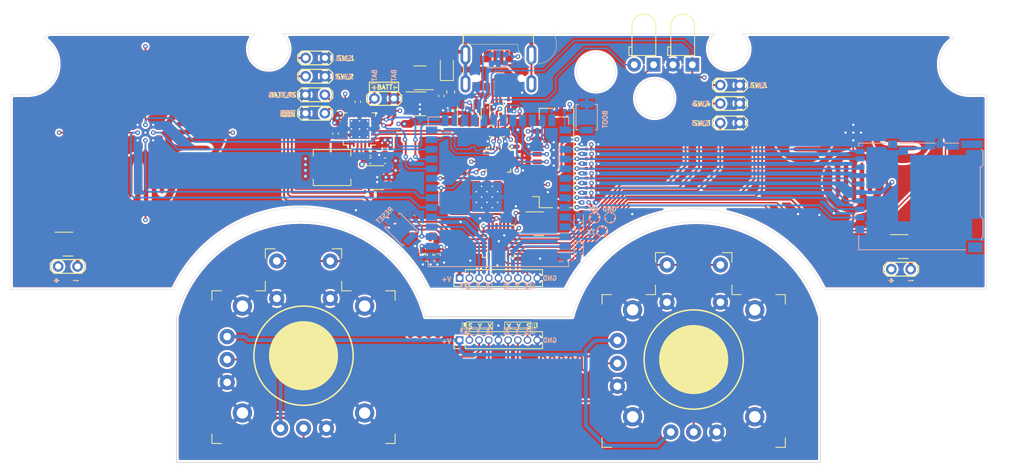
<source format=kicad_pcb>
(kicad_pcb (version 20221018) (generator pcbnew)
  (title_block (title "Controller") (date "2023-08-23") (rev "1.0") (company "sudo-junkie"))
  (layers (0 "F.Cu" signal) (1 "In1.Cu" power) (2 "In2.Cu" power) (31 "B.Cu" signal) (34 "B.Paste" user) (35 "F.Paste" user) (36 "B.SilkS" user "B.Silkscreen") (37 "F.SilkS" user "F.Silkscreen") (38 "B.Mask" user) (39 "F.Mask" user) (44 "Edge.Cuts" user))
  (net 0 "")
  (net 1 "/Controller_Power/BATT+")
  (net 2 "/Controller_Power/BATT-")
  (net 3 "+3V3")
  (net 4 "GND")
  (net 5 "VCC")
  (net 6 "/Controller_Power/PMID")
  (net 7 "VBUS")
  (net 8 "/Controller_Power/REGN")
  (net 9 "/Interface_USB_C_2.0/VBUS_IN")
  (net 10 "/Interface_USB_C_2.0/CC1")
  (net 11 "/Interface_USB_C_2.0/USB_D+")
  (net 12 "/Interface_USB_C_2.0/USB_D-")
  (net 14 "/Interface_USB_C_2.0/CC2")
  (net 16 "Earth")
  (net 17 "/Interface_USB_C_2.0/USB_SEL")
  (net 18 "/Controller_Power/BQ_SDA")
  (net 19 "/Controller_Peripherals/VIB_MOT_L")
  (net 20 "/Controller_Peripherals/VIB_MOT_R")
  (net 21 "/Controller_Power/BQ_SCL")
  (net 22 "/Controller_Power/BQ_INT")
  (net 23 "/Controller_Power/BQ_NCE")
  (net 24 "/Controller_Peripherals/SW_SPST")
  (net 25 "/Controller_Power/~{QON}")
  (net 26 "/Controller_Peripherals/SW_UP")
  (net 27 "/Controller_Peripherals/SW_DN")
  (net 28 "/Controller_Peripherals/SW_RT")
  (net 29 "/Controller_Peripherals/SW_LT")
  (net 30 "/Interface_USB_C_2.0/USB_D1-")
  (net 31 "/Interface_USB_C_2.0/USB_D1+")
  (net 32 "/Controller_Peripherals/SW_1")
  (net 33 "/Controller_Peripherals/SW_2")
  (net 34 "/Controller_Peripherals/SW_3")
  (net 35 "/Controller_Peripherals/SW_4")
  (net 36 "/Controller_Peripherals/SW_L1")
  (net 37 "/Controller_Peripherals/SW_L3")
  (net 38 "/Controller_Peripherals/SW_L2")
  (net 39 "/Controller_Peripherals/SW_L4")
  (net 40 "/Interface_USB_C_2.0/VIN_FLG")
  (net 41 "/Controller_Power/USB_D+")
  (net 42 "/Controller_Power/USB_D-")
  (net 43 "/Interface_USB_C_2.0/D+")
  (net 44 "/Interface_USB_C_2.0/D-")
  (net 45 "/Controller_Power/SW")
  (net 46 "VAA")
  (net 47 "Net-(M501--)")
  (net 48 "Net-(M502--)")
  (net 49 "Net-(Q501-B)")
  (net 50 "Net-(Q502-B)")
  (net 51 "Net-(U301-VCC)")
  (net 52 "Net-(U304-BTST)")
  (net 53 "Net-(D201-K)")
  (net 54 "/Controller_Peripherals/REGOUT")
  (net 55 "Net-(U301-CS)")
  (net 56 "Net-(U304-TS)")
  (net 57 "Net-(U301-OD)")
  (net 58 "Net-(U301-OC)")
  (net 63 "Net-(U302A-D)")
  (net 66 "Net-(R401-Pad1)")
  (net 67 "Net-(R402-Pad2)")
  (net 68 "/Controller_Peripherals/IMU_INT")
  (net 69 "Net-(D501-K)")
  (net 70 "/Controller_Peripherals/IR_LED")
  (net 71 "/Controller_Peripherals/IR_RECV")
  (net 72 "/Controller_Peripherals/LCD_K")
  (net 73 "/Controller_Peripherals/AUX_SDA")
  (net 74 "/Controller_Peripherals/AUX_SCL")
  (net 75 "/Controller_Peripherals/LCD_EN")
  (net 76 "/Controller_Peripherals/LCD_CK")
  (net 77 "/Controller_Peripherals/LCD_CS")
  (net 78 "/Controller_Peripherals/LCD_DI")
  (net 79 "/Controller_Peripherals/LCD_DO")
  (net 80 "/Controller_Peripherals/LCD_BL")
  (net 81 "/Controller_Peripherals/SD_DET")
  (net 82 "/Controller_Peripherals/SD_D0")
  (net 83 "/Controller_Peripherals/SD_D1")
  (net 84 "/Controller_Peripherals/SD_D2")
  (net 85 "/Controller_Peripherals/SD_D3")
  (net 86 "/Controller_Peripherals/SD_CK")
  (net 87 "/Controller_Peripherals/SD_CMD")
  (net 88 "/Controller_Peripherals/JYL_SW")
  (net 89 "/Controller_Peripherals/YL")
  (net 90 "/Controller_Peripherals/XL")
  (net 91 "/Controller_Peripherals/XR")
  (net 92 "/Controller_Peripherals/YR")
  (net 93 "/Controller_Peripherals/JYR_SW")
  (net 94 "Net-(Q501-C)")
  (net 95 "Net-(Q503-B)")
  (net 101 "Net-(U201-EN)")
  (net 102 "/RF_MODULE_ESP32-S3-WROOM-1U/CHIP_EN")
  (net 103 "/RF_MODULE_ESP32-S3-WROOM-1U/ESP_TX")
  (net 104 "/RF_MODULE_ESP32-S3-WROOM-1U/ESP_RX")
  (net 105 "/RF_MODULE_ESP32-S3-WROOM-1U/LED_RGB")
  (net 106 "/RF_MODULE_ESP32-S3-WROOM-1U/GPIO0")
  (net 107 "/RF_MODULE_ESP32-S3-WROOM-1U/GPIO45")
  (net 108 "/RF_MODULE_ESP32-S3-WROOM-1U/GPIO46")
  (footprint "Sensor_Motion:InvenSense_QFN-24_3x3mm_P0.4mm" (layer "F.Cu") (at 141.478 87.4 90)
    (fp_text reference "U501" hide)
    (fp_text value "MPU-9250")
  )
  (footprint "Resistor_SMD:R_0201_0603Metric" (layer "F.Cu") (at 127.671 76.6064)
    (fp_text reference "R301" hide)
    (fp_text value "100R")
  )
  (footprint "Resistor_SMD:R_0201_0603Metric" (layer "F.Cu") (at 158.75 76.581 180)
    (fp_text reference "R515" hide)
    (fp_text value "1K")
  )
  (footprint "Resistor_SMD:R_0201_0603Metric" (layer "F.Cu") (at 153.325 92.329)
    (fp_text reference "R504" hide)
    (fp_text value "10K")
  )
  (footprint "Capacitor_SMD:C_0201_0603Metric" (layer "F.Cu") (at 122.936 86.744 -90)
    (fp_text reference "C309" hide)
    (fp_text value "47n")
  )
  (footprint "My_Device:Joystick" (layer "F.Cu") (at 115.952 113.037)
    (fp_text reference "U502" hide)
    (fp_text value "JY1")
  )
  (footprint "Connector_USB:USB_C_Receptacle_JAE_DX07S016JA1R1500" (layer "F.Cu") (at 141.478 74.758 180)
    (fp_text reference "J101" hide)
    (fp_text value "USB_C_Receptacle_USB2.0")
  )
  (footprint "Package_TO_SOT_SMD:SOT-23-6" (layer "F.Cu") (at 131.1855 80.046)
    (fp_text reference "U302" hide)
    (fp_text value "8205S")
  )
  (footprint "Resistor_SMD:R_0201_0603Metric" (layer "F.Cu") (at 153.35 91.059)
    (fp_text reference "R506" hide)
    (fp_text value "10K")
  )
  (footprint "Resistor_SMD:R_0201_0603Metric" (layer "F.Cu") (at 121.412 79.985 -90)
    (fp_text reference "R303" hide)
    (fp_text value "5K1")
  )
  (footprint "Inductor_SMD:L_0603_1608Metric" (layer "F.Cu") (at 135.2296 78.5113 -90)
    (fp_text reference "FB201" hide)
    (fp_text value "120R@100MHz 3A")
  )
  (footprint "Package_TO_SOT_SMD:SOT-23" (layer "F.Cu") (at 146.7635 95.758)
    (fp_text reference "Q501" hide)
    (fp_text value "MMBT3904")
  )
  (footprint "LED_THT:LED_D3.0mm_Horizontal_O1.27mm_Z2.0mm_IRGrey" (layer "F.Cu") (at 161.798 74.93 180)
    (fp_text reference "D501" hide)
    (fp_text value "IR204A")
  )
  (footprint "Resistor_SMD:R_0201_0603Metric" (layer "F.Cu") (at 192.151 99.532 90)
    (fp_text reference "R512" hide)
    (fp_text value "10K")
  )
  (footprint "My_Switch:SMD_BTN" (layer "F.Cu") (at 88.9 83.82)
    (fp_text reference "SW503" hide)
    (fp_text value "Button_SMD" hide)
  )
  (footprint "Capacitor_SMD:C_0402_1005Metric" (layer "F.Cu") (at 123.063 79.787 90)
    (fp_text reference "C302" hide)
    (fp_text value "10u")
  )
  (footprint "Package_DFN_QFN:UQFN-10_1.4x1.8mm_P0.4mm" (layer "F.Cu") (at 141.2748 83.6168 -90)
    (fp_text reference "U202" hide)
    (fp_text value "PI3USB4000AZM")
  )
  (footprint "TestPoint:TestPoint_2Pads_Pitch2.54mm_Drill0.8mm" (layer "F.Cu") (at 116.2304 74.041)
    (fp_text reference "SW506" hide)
    (fp_text value "Button_SMD")
  )
  (footprint "Capacitor_SMD:C_0201_0603Metric" (layer "F.Cu") (at 140.117 94.996 180)
    (fp_text reference "C503" hide)
    (fp_text value "100n")
  )
  (footprint "Inductor_SMD:L_Sunlord_MWSA0402S" (layer "F.Cu") (at 119.689 88.395 180)
    (fp_text reference "L301" hide)
    (fp_text value "1u")
  )
  (footprint "Resistor_SMD:R_0201_0603Metric" (layer "F.Cu") (at 127.127 81.28 -90)
    (fp_text reference "R305" hide)
    (fp_text value "10K")
  )
  (footprint "Resistor_SMD:R_0201_0603Metric" (layer "F.Cu") (at 167.198 76.581 180)
    (fp_text reference "R514" hide)
    (fp_text value "1K")
  )
  (footprint "Package_DFN_QFN:WQFN-24-1EP_4x4mm_P0.5mm_EP2.6x2.6mm_ThermalVias" (layer "F.Cu") (at 123.2845 83.335 180)
    (fp_text reference "U304" hide)
    (fp_text value "BQ25611")
  )
  (footprint "TestPoint:TestPoint_2Pads_Pitch2.54mm_Drill0.8mm" (layer "F.Cu") (at 170.5356 82.55)
    (fp_text reference "SW508" hide)
    (fp_text value "Button_SMD")
  )
  (footprint "Inductor_SMD:L_0402_1005Metric" (layer "F.Cu") (at 135.509 72.7456 90)
    (fp_text reference "L101" hide)
    (fp_text value "1u")
  )
  (footprint "Capacitor_SMD:C_0402_1005Metric" (layer "F.Cu") (at 126.619 86.007 -90)
    (fp_text reference "C304" hide)
    (fp_text value "1u")
  )
  (footprint "My_Switch:SMD_BTN" (layer "F.Cu") (at 194.31 83.82 180)
    (fp_text reference "SW512" hide)
    (fp_text value "Button_SMD" hide)
  )
  (footprint "Resistor_SMD:R_0201_0603Metric" (layer "F.Cu") (at 153.35 89.789)
    (fp_text reference "R505" hide)
    (fp_text value "10K")
  )
  (footprint "My_Switch:SMD_BTN" (layer "F.Cu") (at 187.96 90.17 90)
    (fp_text reference "SW511" hide)
    (fp_text value "Button_SMD" hide)
  )
  (footprint "Connector_PinHeader_1.27mm:PinHeader_1x09_P1.27mm_Vertical" (layer "F.Cu") (at 136.398 110.998 90)
    (fp_text reference "J503" hide)
    (fp_text value "NP")
  )
  (footprint "TestPoint:TestPoint_2Pads_Pitch2.54mm_Drill0.8mm" (layer "F.Cu") (at 192.933 101.707)
    (fp_text reference "M501" hide)
    (fp_text value "Motor_VIB")
  )
  (footprint "Resistor_SMD:R_0201_0603Metric" (layer "F.Cu") (at 153.35 87.249)
    (fp_text reference "R502" hide)
    (fp_text value "10K")
  )
  (footprint "Package_TO_SOT_SMD:SOT-666" (layer "F.Cu") (at 141.2425 80.606 -90)
    (fp_text reference "U203" hide)
    (fp_text value "USBLC6-2P6")
  )
  (footprint "Resistor_SMD:R_0201_0603Metric" (layer "F.Cu") (at 82.804 98.359 90)
    (fp_text reference "R513" hide)
    (fp_text value "10K")
  )
  (footprint "Capacitor_SMD:C_0402_1005Metric" (layer "F.Cu") (at 120.142 83.95 -90)
    (fp_text reference "C303" hide)
    (fp_text value "10u")
  )
  (footprint "Resistor_SMD:R_0201_0603Metric" (layer "F.Cu") (at 142.796 81.316 -90)
    (fp_text reference "R201" hide)
    (fp_text value "10K")
  )
  (footprint "Capacitor_SMD:C_0402_1005Metric" (layer "F.Cu") (at 124.714 86.49)
    (fp_text reference "C301" hide)
    (fp_text value "10u")
  )
  (footprint "Resistor_SMD:R_0201_0603Metric" (layer "F.Cu") (at 127.889 81.28 -90)
    (fp_text reference "R306" hide)
    (fp_text value "10K")
  )
  (footprint "Resistor_SMD:R_0201_0603Metric" (layer "F.Cu") (at 142.796 79.822 -90)
    (fp_text reference "R202" hide)
    (fp_text value "5K1")
  )
  (footprint "Capacitor_SMD:C_0402_1005Metric" (layer "F.Cu") (at 133.504 99.822 -90)
    (fp_text reference "C401" hide)
    (fp_text value "10u")
  )
  (footprint "Capacitor_SMD:C_0402_1005Metric" (layer "F.Cu") (at 135.255 80.927 -90)
    (fp_text reference "C202" hide)
    (fp_text value "1u")
  )
  (footprint "Connector_PinHeader_1.27mm:PinHeader_1x09_P1.27mm_Vertical" (layer "F.Cu") (at 136.403 102.87 90)
    (fp_text reference "J503" hide)
    (fp_text value "NP")
  )
  (footprint "Resistor_SMD:R_0201_0603Metric" (layer "F.Cu") (at 132.461 74.549)
    (fp_text reference "R302" hide)
    (fp_text value "1K")
  )
  (footprint "Package_TO_SOT_SMD:SOT-23-5" (layer "F.Cu") (at 137.668 81.235 90)
    (fp_text reference "U201" hide)
    (fp_text value "AP2171W")
  )
  (footprint "Capacitor_SMD:C_0201_0603Metric" (layer "F.Cu") (at 144.018 85.979 -90)
    (fp_text reference "C502" hide)
    (fp_text value "100n")
  )
  (footprint "Resistor_SMD:R_0201_0603Metric" (layer "F.Cu") (at 87.376 98.359 90)
    (fp_text reference "R511" hide)
    (fp_text value "1K")
  )
  (footprint "Capacitor_SMD:C_0402_1005Metric" (layer "F.Cu") (at 134.0104 79.022 -90)
    (fp_text reference "C201" hide)
    (fp_text value "1u")
  )
  (footprint "TestPoint:TestPoint_2Pads_Pitch2.54mm_Drill0.8mm" (layer "F.Cu") (at 170.541 77.597)
    (fp_text reference "SW505" hide)
    (fp_text value "SW_DIP_x01")
  )
  (footprint "Resistor_SMD:R_0201_0603Metric" (layer "F.Cu") (at 122.174 79.985 90)
    (fp_text reference "R304" hide)
    (fp_text value "30K9")
  )
  (footprint "Capacitor_SMD:C_0402_1005Metric" (layer "F.Cu") (at 125.349 91.948)
    (fp_text reference "C307" hide)
    (fp_text value "1u")
  )
  (footprint "Capacitor_SMD:C_0402_1005Metric" (layer "F.Cu") (at 132.541 99.822 -90)
    (fp_text reference "C402" hide)
    (fp_text value "10u")
  )
  (footprint "TestPoint:TestPoint_2Pads_Pitch2.54mm_Drill0.8mm" (layer "F.Cu") (at 125.242 79.35)
    (fp_text reference "BT301" hide)
    (fp_text value "Battery_Cell")
  )
  (footprint "Resistor_SMD:R_0201_0603Metric" (layer "F.Cu") (at 132.5372 98.171 90)
    (fp_text reference "R403" hide)
    (fp_text value "10K")
  )
  (footprint "Resistor_SMD:R_0201_0603Metric" (layer "F.Cu") (at 192.151 98.008 -90)
    (fp_text reference "R510" hide)
    (fp_text value "1K")
  )
  (footprint "TestPoint:TestPoint_2Pads_Pitch2.54mm_Drill0.8mm" (layer "F.Cu") (at 118.745 81.28 180)
    (fp_text reference "SW301" hide)
    (fp_text value "SW_PWR")
  )
  (footprint "Capacitor_SMD:C_0201_0603Metric" (layer "F.Cu") (at 128.778 76.9514 -90)
    (fp_text reference "C306" hide)
    (fp_text value "100n")
  )
  (footprint "TestPoint:TestPoint_2Pads_Pitch2.54mm_Drill0.8mm" (layer "F.Cu") (at 83.82 101.346)
    (fp_text reference "M502" hide)
    (fp_text value "Motor_VIB")
  )
  (footprint "Capacitor_SMD:C_0201_0603Metric" (layer "F.Cu") (at 144.272 87.122)
    (fp_text reference "C505" hide)
    (fp_text value "100n")
  )
  (footprint "Resistor_SMD:R_0201_0603Metric" (layer "F.Cu") (at 126.365 81.214 -90)
    (fp_text reference "R308" hide)
    (fp_text value "10K")
  )
  (footprint "Capacitor_SMD:C_0201_0603Metric" (layer "F.Cu") (at 134.396 99.822 -90)
    (fp_text reference "C405" hide)
    (fp_text value "10n")
  )
  (footprint "Capacitor_SMD:C_0402_1005Metric" (layer "F.Cu") (at 131.599 99.824 -90)
    (fp_text reference "C403" hide)
    (fp_text value "1u")
  )
  (footprint "My_Device:Joystick" (layer "F.Cu") (at 167.053 113.538)
    (fp_text reference "U504" hide)
    (fp_text value "JY2")
  )
  (footprint "Resistor_SMD:R_0201_0603Metric" (layer "F.Cu") (at 153.325 88.519)
    (fp_text reference "R501" hide)
    (fp_text value "10K")
  )
  (footprint "Capacitor_SMD:C_0402_1005Metric" (layer "F.Cu") (at 126.619 87.506 180)
    (fp_text reference "C308" hide)
    (fp_text value "1u")
  )
  (footprint "TestPoint:TestPoint_2Pads_Pitch2.54mm_Drill0.8mm" (layer "F.Cu") (at 118.745 78.867 180)
    (fp_text reference "TH301" hide)
    (fp_text value "103AT")
  )
  (footprint "Package_DFN_QFN:WQFN-24-1EP_4x4mm_P0.5mm_EP2.45x2.45mm" (layer "F.Cu") (at 141.478 98.044)
    (fp_text reference "U503" hide)
    (fp_text value "TCA9555RTWR")
  )
  (footprint "My_Switch:SMD_BTN" (layer "F.Cu") (at 181.61 83.82)
    (fp_text reference "SW510" hide)
    (fp_text value "Button_SMD" hide)
  )
  (footprint "Resistor_SMD:R_0201_0603Metric" (layer "F.Cu") (at 153.325 85.979)
    (fp_text reference "R507" hide)
    (fp_text value "10K")
  )
  (footprint "LED_THT:LED_D3.0mm_Horizontal_O1.27mm_Z2.0mm_IRBlack" (layer "F.Cu") (at 166.878 74.93 180)
    (fp_text reference "Q504" hide)
    (fp_text value "Q_Photo_NPN")
  )
  (footprint "TestPoint:TestPoint_2Pads_Pitch2.54mm_Drill0.8mm" (layer "F.Cu") (at 116.2304 76.44)
    (fp_text reference "SW507" hide)
    (fp_text value "Button_SMD")
  )
  (footprint "My_Switch:SMD_BTN" (layer "F.Cu") (at 187.96 77.47 -90)
    (fp_text reference "SW513" hide)
    (fp_text value "Button_SMD" hide)
  )
  (footprint "Diode_SMD:D_SOD-323" (layer "F.Cu") (at 134.7216 75.3872 90)
    (fp_text reference "D201" hide)
    (fp_text value "3A")
  )
  (footprint "Package_TO_SOT_SMD:SOT-23" (layer "F.Cu") (at 85.09 98.425)
    (fp_text reference "Q503" hide)
    (fp_text value "MMBT3904")
  )
  (footprint "Resistor_SMD:R_0201_0603Metric" (layer "F.Cu") (at 139.748 79.919 -90)
    (fp_text reference "R203" hide)
    (fp_text value "5K1")
  )
  (footprint "Capacitor_SMD:C_0201_0603Metric" (layer "F.Cu") (at 144.272 88.138)
    (fp_text reference "C501" hide)
    (fp_text value "10n")
  )
  (footprint "TestPoint:TestPoint_2Pads_Pitch2.54mm_Drill0.8mm" (layer "F.Cu") (at 170.5356 80.01)
    (fp_text reference "SW509" hide)
    (fp_text value "Button_SMD")
  )
  (footprint "Resistor_SMD:R_0201_0603Metric" (layer "F.Cu") (at 144.399 94.681 -90)
    (fp_text reference "R509" hide)
    (fp_text value "1K")
  )
  (footprint "Package_TO_SOT_SMD:SOT-23" (layer "F.Cu") (at 194.4855 98.745)
    (fp_text reference "Q502" hide)
    (fp_text value "MMBT3904")
  )
  (footprint "My_Switch:SMD_BTN" (layer "F.Cu") (at 101.6 83.82 180)
    (fp_text reference "SW504" hide)
    (fp_text value "Button_SMD" hide)
  )
  (footprint "Package_TO_SOT_SMD:SOT-23-6" (layer "F.Cu") (at 131.191 76.642 180)
    (fp_text reference "U301" hide)
    (fp_text value "DW01A")
  )
  (footprint "Connector_JST:JST_SHL_SM10B-SHLS-TF_1x10-1MP_P1.00mm_Horizontal" (layer "F.Cu") (at 148.233 87.146 90)
    (fp_text reference "J502" hide)
    (fp_text value "Conn_LCD")
  )
  (footprint "Resistor_SMD:R_0201_0603Metric" (layer "F.Cu") (at 153.35 93.599)
    (fp_text reference "R503" hide)
    (fp_text value "10K")
  )
  (footprint "My_Switch:SMD_BTN" (layer "F.Cu") (at 95.25 77.47 -90)
    (fp_text reference "SW501" hide)
    (fp_text value "Button_SMD" hide)
  )
  (footprint "Resistor_SMD:R_0201_0603Metric" (layer "F.Cu") (at 145.039 89.982 -90)
    (fp_text reference "R508" hide)
    (fp_text value "1K")
  )
  (footprint "Package_TO_SOT_SMD:SOT-23-5" (layer "F.Cu") (at 125.654 89.717)
    (fp_text reference "U303" hide)
    (fp_text value "TLV75733PDBV")
  )
  (footprint "Capacitor_SMD:C_0402_1005Metric" (layer "F.Cu") (at 124.714 87.506)
    (fp_text reference "C305" hide)
    (fp_text value "4u7")
  )
  (footprint "My_Switch:SMD_BTN" (layer "F.Cu") (at 95.25 90.17 90)
    (fp_text reference "SW502" hide)
    (fp_text value "Button_SMD" hide)
  )
  (footprint "Resistor_SMD:R_0201_0603Metric" (layer "B.Cu") (at 150.495 80.899 180)
    (fp_text reference "R404" hide)
    (fp_text value "10K")
  )
  (footprint "Connector_Card:microSD_HC_Hirose_DM3AT-SF-PEJM5" (layer "B.Cu") (at 196.544 92.172 -90)
    (fp_text reference "J501" hide)
    (fp_text value "Micro_SD_Card")
  )
  (footprint "RF_Module:ESP32-S3-WROOM-1U" (layer "B.Cu") (at 141.478 91.567)
    (fp_text reference "U401" hide)
    (fp_text value "ESP32-S3-WROOM-1-N16R8")
  )
  (footprint "TestPoint:TestPoint_Pad_D1.0mm" (layer "B.Cu") (at 155.0924 96.7232 -90)
    (fp_text reference "TP401" hide)
    (fp_text value "TP_TX")
  )
  (footprint "LED_SMD:LED_WS2812B-2020_PLCC4_2.0x2.0mm" (layer "B.Cu") (at 141.478 74.168 180)
    (fp_text reference "D403" hide)
    (fp_text value "WS2812B")
  )
  (footprint "Resistor_SMD:R_0201_0603Metric" (layer "B.Cu") (at 135.443 80.899)
    (fp_text reference "R406" hide)
    (fp_text value "10K")
  )
  (footprint "Capacitor_SMD:C_0402_1005Metric" (layer "B.Cu") (at 130.260411 94.954411 135)
    (fp_text reference "C406" hide)
    (fp_text value "1u")
  )
  (footprint "Capacitor_SMD:C_0201_0603Metric" (layer "B.Cu") (at 131.345 99.822 -90)
    (fp_text reference "C404" hide)
    (fp_text value "100n")
  )
  (footprint "Diode_SMD:D_SOD-523" (layer "B.Cu") (at 151.9936 99.376 -90)
    (fp_text reference "D401" hide)
    (fp_text value "3V3")
  )
  (footprint "Resistor_SMD:R_0201_0603Metric" (layer "B.Cu") (at 152.2878 97.7392 180)
    (fp_text reference "R401" hide)
    (fp_text value "470R")
  )
  (footprint "Button_Switch_SMD:SW_SPST_B3U-1000P" (layer "B.Cu") (at 153.035 81.788 90)
    (fp_text reference "SW402" hide)
    (fp_text value "SW_DWN")
  )
  (footprint "TestPoint:TestPoint_Pad_D1.0mm" (layer "B.Cu") (at 156.1084 94.9452 -90)
    (fp_text reference "TP403" hide)
    (fp_text value "TP_GND")
  )
  (footprint "TestPoint:TestPoint_Pad_D1.0mm" (layer "B.Cu") (at 154.0764 94.9452 -90)
    (fp_text reference "TP402" hide)
    (fp_text value "TP_RX")
  )
  (footprint "Button_Switch_SMD:SW_SPST_B3U-1000P" (layer "B.Cu") (at 128.736411 96.478411 -45)
    (fp_text reference "SW401" hide)
    (fp_text value "SW_RST")
  )
  (footprint "Resistor_SMD:R_0201_0603Metric" (layer "B.Cu") (at 148.777 80.899 180)
    (fp_text reference "R405" hide)
    (fp_text value "10K")
  )
  (footprint "Diode_SMD:D_SOD-523" (layer "B.Cu") (at 151.9936 95.3008 90)
    (fp_text reference "D402" hide)
    (fp_text value "3V3")
  )
  (footprint "Capacitor_SMD:C_0201_0603Metric" (layer "B.Cu") (at 143.357 74.21 -90)
    (fp_text reference "C407" hide)
    (fp_text value "100n")
  )
  (footprint "Resistor_SMD:R_0201_0603Metric" (layer "B.Cu") (at 152.273 97.028)
    (fp_text reference "R402" hide)
    (fp_text value "470R")
  )
  (gr_line (start 137.2362 104.3432) (end 140.6652 104.3432) (stroke (width 0.1)) (layer "B.SilkS"))
  (gr_line (start 142.24 104.3432) (end 145.669 104.3432) (stroke (width 0.1)) (layer "B.SilkS"))
  (gr_line (start 137.2362 109.347) (end 137.2362 110.2614) (stroke (width 0.1)) (layer "B.SilkS"))
  (gr_line (start 142.24 103.4288) (end 142.24 104.3432) (stroke (width 0.1)) (layer "B.SilkS"))
  (gr_line (start 145.669 109.347) (end 142.24 109.347) (stroke (width 0.1)) (layer "B.SilkS"))
  (gr_line (start 140.6652 110.2614) (end 140.6652 109.347) (stroke (width 0.1)) (layer "B.SilkS"))
  (gr_line (start 142.24 110.2614) (end 145.669 110.2614) (stroke (width 0.1)) (layer "B.SilkS"))
  (gr_line (start 145.669 110.2614) (end 145.669 109.347) (stroke (width 0.1)) (layer "B.SilkS"))
  (gr_line (start 137.2362 103.4288) (end 137.2362 104.3432) (stroke (width 0.1)) (layer "B.SilkS"))
  (gr_line (start 145.669 103.4288) (end 142.24 103.4288) (stroke (width 0.1)) (layer "B.SilkS"))
  (gr_line (start 140.6652 103.4288) (end 137.2362 103.4288) (stroke (width 0.1)) (layer "B.SilkS"))
  (gr_line (start 140.6652 109.347) (end 137.2362 109.347) (stroke (width 0.1)) (layer "B.SilkS"))
  (gr_line (start 137.2362 110.2614) (end 140.6652 110.2614) (stroke (width 0.1)) (layer "B.SilkS"))
  (gr_line (start 145.669 104.3432) (end 145.669 103.4288) (stroke (width 0.1)) (layer "B.SilkS"))
  (gr_line (start 142.24 109.347) (end 142.24 110.2614) (stroke (width 0.1)) (layer "B.SilkS"))
  (gr_line (start 140.6652 104.3432) (end 140.6652 103.4288) (stroke (width 0.1)) (layer "B.SilkS"))
  (gr_line (start 128.397 78.486) (end 128.397 77.216) (stroke (width 0.15)) (layer "F.SilkS"))
  (gr_line (start 124.587 77.216) (end 124.587 78.486) (stroke (width 0.15)) (layer "F.SilkS"))
  (gr_line (start 142.302656 108.6358) (end 142.302656 109.5502) (stroke (width 0.1)) (layer "F.SilkS"))
  (gr_line (start 145.731656 109.5502) (end 145.731656 108.6358) (stroke (width 0.1)) (layer "F.SilkS"))
  (gr_line (start 140.727856 108.6358) (end 137.298856 108.6358) (stroke (width 0.1)) (layer "F.SilkS"))
  (gr_line (start 136.794001 70.863233) (end 136.794001 72.263233) (stroke (width 0.05)) (layer "F.SilkS"))
  (gr_line (start 142.302656 109.5502) (end 145.731656 109.5502) (stroke (width 0.1)) (layer "F.SilkS"))
  (gr_line (start 136.794001 72.263233) (end 143.994001 72.263233) (stroke (width 0.05)) (layer "F.SilkS"))
  (gr_line (start 137.298856 109.5502) (end 140.727856 109.5502) (stroke (width 0.1)) (layer "F.SilkS"))
  (gr_arc (start 148.665165 70.865999) (mid 147.273329 74.696271) (end 144.004001 72.263233) (stroke (width 0.05)) (layer "F.SilkS"))
  (gr_line (start 140.727856 109.5502) (end 140.727856 108.6358) (stroke (width 0.1)) (layer "F.SilkS"))
  (gr_line (start 128.397 77.216) (end 124.587 77.216) (stroke (width 0.15)) (layer "F.SilkS"))
  (gr_line (start 137.298856 108.6358) (end 137.298856 109.5502) (stroke (width 0.1)) (layer "F.SilkS"))
  (gr_line (start 145.731656 108.6358) (end 142.302656 108.6358) (stroke (width 0.1)) (layer "F.SilkS"))
  (gr_arc (start 99.314001 107.95) (mid 115.599986 95.473625) (end 131.893271 107.940464) (stroke (width 0.05)) (layer "Edge.Cuts"))
  (gr_line (start 77.594001 104.363233) (end 98.88875 104.360818) (stroke (width 0.05)) (layer "Edge.Cuts"))
  (gr_circle (center 161.944001 79.338233) (end 163.669001 77.463233) (stroke (width 0.05)) (fill none) (layer "Edge.Cuts"))
  (gr_circle (center 154.244001 75.863233) (end 155.969001 73.988233) (stroke (width 0.05)) (fill none) (layer "Edge.Cuts"))
  (gr_line (start 148.665165 70.865999) (end 169.844001 70.865999) (stroke (width 0.05)) (layer "Edge.Cuts"))
  (gr_line (start 134.819001 104.413233) (end 150.244001 104.413233) (stroke (width 0.05)) (layer "Edge.Cuts"))
  (gr_line (start 183.642 127) (end 99.314 127) (stroke (width 0.1)) (layer "Edge.Cuts"))
  (gr_line (start 173.444 70.866) (end 200.444 70.866) (stroke (width 0.05)) (layer "Edge.Cuts"))
  (gr_line (start 81.828557 71.39026) (end 82.594001 70.863233) (stroke (width 0.05)) (layer "Edge.Cuts"))
  (gr_line (start 113.194 70.863234) (end 136.794001 70.863233) (stroke (width 0.05)) (layer "Edge.Cuts"))
  (gr_arc (start 98.88875 104.360818) (mid 115.633202 93.64689) (end 132.344001 104.413233) (stroke (width 0.05)) (layer "Edge.Cuts"))
  (gr_arc (start 113.194 70.863234) (mid 111.394001 75.553956) (end 109.594002 70.863234) (stroke (width 0.05)) (layer "Edge.Cuts"))
  (gr_line (start 82.594001 70.863233) (end 109.594002 70.863234) (stroke (width 0.05)) (layer "Edge.Cuts"))
  (gr_arc (start 203.194 78.866) (mid 199.328001 75.892672) (end 201.209444 71.393027) (stroke (width 0.05)) (layer "Edge.Cuts"))
  (gr_arc (start 151.134337 107.955373) (mid 167.386112 95.510134) (end 183.642 107.95) (stroke (width 0.05)) (layer "Edge.Cuts"))
  (gr_line (start 183.642 107.95) (end 183.642 127) (stroke (width 0.1)) (layer "Edge.Cuts"))
  (gr_line (start 205.444 104.366) (end 184.145619 104.365208) (stroke (width 0.05)) (layer "Edge.Cuts"))
  (gr_line (start 77.594001 78.863233) (end 79.844001 78.863233) (stroke (width 0.05)) (layer "Edge.Cuts"))
  (gr_arc (start 173.444 70.866) (mid 171.644001 75.556722) (end 169.844002 70.866) (stroke (width 0.05)) (layer "Edge.Cuts"))
  (gr_line (start 134.819001 104.413233) (end 132.344001 104.413233) (stroke (width 0.05)) (layer "Edge.Cuts"))
  (gr_arc (start 81.828557 71.39026) (mid 83.71 75.889905) (end 79.844001 78.863233) (stroke (width 0.05)) (layer "Edge.Cuts"))
  (gr_line (start 131.893272 107.940464) (end 151.134337 107.955373) (stroke (width 0.1)) (layer "Edge.Cuts"))
  (gr_line (start 148.665165 70.865999) (end 136.794001 70.863233) (stroke (width 0.05)) (layer "Edge.Cuts"))
  (gr_line (start 205.444 78.866) (end 203.194 78.866) (stroke (width 0.05)) (layer "Edge.Cuts"))
  (gr_line (start 99.314 127) (end 99.314001 107.95) (stroke (width 0.1)) (layer "Edge.Cuts"))
  (gr_line (start 201.209444 71.393027) (end 200.444 70.866) (stroke (width 0.05)) (layer "Edge.Cuts"))
  (gr_line (start 205.444 78.866) (end 205.444 104.366) (stroke (width 0.05)) (layer "Edge.Cuts"))
  (gr_line (start 77.594001 78.863233) (end 77.594001 104.363233) (stroke (width 0.05)) (layer "Edge.Cuts"))
  (gr_arc (start 150.244001 104.413233) (mid 167.17981 93.80055) (end 184.145619 104.365208) (stroke (width 0.05)) (layer "Edge.Cuts"))
  (gr_text "Y" (at 139.192 104.3178) (layer "B.SilkS") (effects (font (size 0.6 0.6) (thickness 0.15) bold) (justify left bottom mirror)))
  (gr_text "L" (at 137.0584 110.1852) (layer "B.SilkS" knockout) (effects (font (size 0.6 0.6) (thickness 0.1) bold) (justify left bottom mirror)))
  (gr_text "+" (at 83.947 103.505) (layer "B.SilkS") (effects (font (size 0.6 0.6) (thickness 0.15) bold) (justify left bottom mirror)))
  (gr_text "V+" (at 135.382 103.378) (layer "B.SilkS") (effects (font (size 0.6 0.6) (thickness 0.15) bold) (justify left bottom mirror)))
  (gr_text "~{QON}" (at 114.808 81.788) (layer "B.SilkS") (effects (font (size 0.6 0.6) (thickness 0.15) bold) (justify left bottom mirror)))
  (gr_text "BOOT" (at 155.8036 80.8228 90) (layer "B.SilkS") (effects (font (size 0.6 0.6) (thickness 0.15) bold) (justify left bottom mirror)))
  (gr_text "R" (at 146.304 110.1852) (layer "B.SilkS" knockout) (effects (font (size 0.6 0.6) (thickness 0.1) bold) (justify left bottom mirror)))
  (gr_text "S" (at 145.542 104.3178) (layer "B.SilkS") (effects (font (size 0.6 0.6) (thickness 0.15) bold) (justify left bottom mirror)))
  (gr_text "SW_1" (at 176.657 77.978) (layer "B.SilkS") (effects (font (size 0.6 0.6) (thickness 0.15) bold) (justify left bottom mirror)))
  (gr_text "SW_2" (at 122.428 76.835) (layer "B.SilkS") (effects (font (size 0.6 0.6) (thickness 0.15) bold) (justify left bottom mirror)))
  (gr_text "BATT-" (at 128.143 75.438 90) (layer "B.SilkS") (effects (font (size 0.6 0.6) (thickness 0.15) bold) (justify left bottom mirror)))
  (gr_text "R" (at 146.304 104.267) (layer "B.SilkS" knockout) (effects (font (size 0.6 0.6) (thickness 0.1) bold) (justify left bottom mirror)))
  (gr_text "Y" (at 139.192 110.236) (layer "B.SilkS") (effects (font (size 0.6 0.6) (thickness 0.15) bold) (justify left bottom mirror)))
  (gr_text "GND" (at 149.225 103.251) (layer "B.SilkS") (effects (font (size 0.6 0.6) (thickness 0.15) bold) (justify left bottom mirror)))
  (gr_text "SW_4" (at 169.164 80.391) (layer "B.SilkS") (effects (font (size 0.6 0.6) (thickness 0.15) bold) (justify left bottom mirror)))
  (gr_text "X" (at 143.002 104.3178) (layer "B.SilkS") (effects (font (size 0.6 0.6) (thickness 0.15) bold) (justify left bottom mirror)))
  (gr_text "TX" (at 154.2288 97.2312) (layer "B.SilkS") (effects (font (size 0.6 0.6) (thickness 0.15) bold) (justify left bottom mirror)))
  (gr_text "GND" (at 149.225 111.379) (layer "B.SilkS") (effects (font (size 0.6 0.6) (thickness 0.15) bold) (justify left bottom mirror)))
  (gr_text "-" (at 195.834 103.505) (layer "B.SilkS") (effects (font (size 0.6 0.6) (thickness 0.15) bold) (justify left bottom mirror)))
  (gr_text "S" (at 137.922 110.236) (layer "B.SilkS") (effects (font (size 0.6 0.6) (thickness 0.15) bold) (justify left bottom mirror)))
  (gr_text "Y" (at 144.272 104.3178) (layer "B.SilkS") (effects (font (size 0.6 0.6) (thickness 0.15) bold) (justify left bottom mirror)))
  (gr_text "L" (at 137.0584 104.267) (layer "B.SilkS" knockout) (effects (font (size 0.6 0.6) (thickness 0.1) bold) (justify left bottom mirror)))
  (gr_text "GND" (at 157.0228 94.1832) (layer "B.SilkS") (effects (font (size 0.6 0.6) (thickness 0.15) bold) (justify left bottom mirror)))
  (gr_text "X" (at 140.4874 104.3178) (layer "B.SilkS") (effects (font (size 0.6 0.6) (thickness 0.15) bold) (justify left bottom mirror)))
  (gr_text "BATT_TS" (at 114.935 79.248) (layer "B.SilkS") (effects (font (size 0.6 0.6) (thickness 0.15) bold) (justify left bottom mirror)))
  (gr_text "SW_3" (at 169.164 82.931) (layer "B.SilkS") (effects (font (size 0.6 0.6) (thickness 0.15) bold) (justify left bottom mirror)))
  (gr_text "V+" (at 135.382 111.506) (layer "B.SilkS") (effects (font (size 0.6 0.6) (thickness 0.15) bold) (justify left bottom mirror)))
  (gr_text "+" (at 193.294 103.505) (layer "B.SilkS") (effects (font (size 0.6 0.6) (thickness 0.15) bold) (justify left bottom mirror)))
  (gr_text "BATT+" (at 125.603 75.438 90) (layer "B.SilkS") (effects (font (size 0.6 0.6) (thickness 0.15) bold) (justify left bottom mirror)))
  (gr_text "S" (at 137.922 104.3178) (layer "B.SilkS") (effects (font (size 0.6 0.6) (thickness 0.15) bold) (justify left bottom mirror)))
  (gr_text "S" (at 145.542 110.236) (layer "B.SilkS") (effects (font (size 0.6 0.6) (thickness 0.15) bold) (justify left bottom mirror)))
  (gr_text "-" (at 86.487 103.505) (layer "B.SilkS") (effects (font (size 0.6 0.6) (thickness 0.15) bold) (justify left bottom mirror)))
  (gr_text "X" (at 143.002 110.236) (layer "B.SilkS") (effects (font (size 0.6 0.6) (thickness 0.15) bold) (justify left bottom mirror)))
  (gr_text "Y" (at 144.272 110.236) (layer "B.SilkS") (effects (font (size 0.6 0.6) (thickness 0.15) bold) (justify left bottom mirror)))
  (gr_text "SW_1" (at 122.428 74.422) (layer "B.SilkS") (effects (font (size 0.6 0.6) (thickness 0.15) bold) (justify left bottom mirror)))
  (gr_text "RESET" (at 127.8636 93.8784 45) (layer "B.SilkS") (effects (font (size 0.6 0.6) (thickness 0.15) bold) (justify left bottom mirror)))
  (gr_text "RX" (at 154.6352 94.1832) (layer "B.SilkS") (effects (font (size 0.6 0.6) (thickness 0.15) bold) (justify left bottom mirror)))
  (gr_text "X" (at 140.4874 110.236) (layer "B.SilkS") (effects (font (size 0.6 0.6) (thickness 0.15) bold) (justify left bottom mirror)))
  (gr_text "SW_4" (at 166.878 80.391) (layer "F.SilkS") (effects (font (size 0.6 0.6) (thickness 0.15) bold) (justify left bottom)))
  (gr_text "S" (at 145.045856 109.5248) (layer "F.SilkS") (effects (font (size 0.6 0.6) (thickness 0.15) bold) (justify left bottom)))
  (gr_text "+" (at 83.185 103.505) (layer "F.SilkS") (effects (font (size 0.6 0.6) (thickness 0.15) bold) (justify left bottom)))
  (gr_text "BATT" (at 125.476 78.232) (layer "F.SilkS") (effects (font (size 0.6 0.6) (thickness 0.15) bold) (justify left bottom)))
  (gr_text "-" (at 127.508 78.232) (layer "F.SilkS") (effects (font (size 0.6 0.6) (thickness 0.15) bold) (justify left bottom)))
  (gr_text "BATT_TS" (at 111.379 79.248) (layer "F.SilkS") (effects (font (size 0.6 0.6) (thickness 0.15) bold) (justify left bottom)))
  (gr_text "X" (at 142.480456 109.5248) (layer "F.SilkS") (effects (font (size 0.6 0.6) (thickness 0.15) bold) (justify left bottom)))
  (gr_text "-" (at 85.725 103.505) (layer "F.SilkS") (effects (font (size 0.6 0.6) (thickness 0.15) bold) (justify left bottom)))
  (gr_text "SW_2" (at 120.142 76.835) (layer "F.SilkS") (effects (font (size 0.6 0.6) (thickness 0.15) bold) (justify left bottom)))
  (gr_text "X" (at 139.965856 109.5248) (layer "F.SilkS") (effects (font (size 0.6 0.6) (thickness 0.15) bold) (justify left bottom)))
  (gr_text "~{QON}" (at 112.903 81.788) (layer "F.SilkS") (effects (font (size 0.6 0.6) (thickness 0.15) bold) (justify left bottom)))
  (gr_text "S" (at 137.425856 109.5248) (layer "F.SilkS") (effects (font (size 0.6 0.6) (thickness 0.15) bold) (justify left bottom)))
  (gr_text "-" (at 195.072 103.505) (layer "F.SilkS") (effects (font (size 0.6 0.6) (thickness 0.15) bold) (justify left bottom)))
  (gr_text "Y" (at 143.775856 109.5248) (layer "F.SilkS") (effects (font (size 0.6 0.6) (thickness 0.15) bold) (justify left bottom)))
  (gr_text "Y" (at 138.695856 109.5248) (layer "F.SilkS") (effects (font (size 0.6 0.6) (thickness 0.15) bold) (justify left bottom)))
  (gr_text "R" (at 145.909456 109.474) (layer "F.SilkS" knockout) (effects (font (size 0.6 0.6) (thickness 0.1) bold) (justify left bottom)))
  (gr_text "SW_1" (at 120.269 74.422) (layer "F.SilkS") (effects (font (size 0.6 0.6) (thickness 0.15) bold) (justify left bottom)))
  (gr_text "+" (at 124.714 78.232) (layer "F.SilkS") (effects (font (size 0.6 0.6) (thickness 0.15) bold) (justify left bottom)))
  (gr_text "SW_3" (at 166.878 82.931) (layer "F.SilkS") (effects (font (size 0.6 0.6) (thickness 0.15) bold) (justify left bottom)))
  (gr_text "+" (at 192.532 103.505) (layer "F.SilkS") (effects (font (size 0.6 0.6) (thickness 0.15) bold) (justify left bottom)))
  (gr_text "L" (at 136.663856 109.474) (layer "F.SilkS" knockout) (effects (font (size 0.6 0.6) (thickness 0.1) bold) (justify left bottom)))
  (gr_text "SW_1" (at 174.371 77.978) (layer "F.SilkS") (effects (font (size 0.6 0.6) (thickness 0.15) bold) (justify left bottom)))
  (segment (start 127.351 76.6064) (end 125.9332 76.6064) (width 0.25) (layer "F.Cu") (net 1))
  (segment (start 125.242 77.2976) (end 125.242 79.35) (width 0.25) (layer "F.Cu") (net 1))
  (segment (start 123.063 80.267) (end 124.325 80.267) (width 0.25) (layer "F.Cu") (net 1))
  (segment (start 124.325 80.267) (end 125.242 79.35) (width 0.25) (layer "F.Cu") (net 1))
  (segment (start 125.9332 76.6064) (end 125.242 77.2976) (width 0.25) (layer "F.Cu") (net 1))
  (segment (start 123.0345 81.3975) (end 123.0345 80.2955) (width 0.25) (layer "F.Cu") (net 1))
  (segment (start 123.0345 80.2955) (end 123.063 80.267) (width 0.25) (layer "F.Cu") (net 1))
  (via (at 120.777 81.28) (size 0.6) (drill 0.3) (layers "F.Cu" "B.Cu") (net 1))
  (via (at 120.396 81.915) (size 0.6) (drill 0.3) (layers "F.Cu" "B.Cu") (net 1))
  (via (at 120.015 82.55) (size 0.6) (drill 0.3) (layers "F.Cu" "B.Cu") (net 1))
  (segment (start 139.978 87.6) (end 137.952 87.6) (width 0.2) (layer "F.Cu") (net 3))
  (segment (start 134.396 99.303529) (end 134.396 99.502) (width 0.3) (layer "F.Cu") (net 3))
  (segment (start 142.978 88) (end 143.499 88) (width 0.2) (layer "F.Cu") (net 3))
  (segment (start 127.889 80.96) (end 128.59 80.96) (width 0.25) (layer "F.Cu") (net 3))
  (segment (start 153.67 87.249) (end 153.67 86.614) (width 0.25) (layer "F.Cu") (net 3))
  (segment (start 139.446 89.154) (end 139.7 88.9) (width 0.2) (layer "F.Cu") (net 3))
  (segment (start 128.013 87.506) (end 128.016 87.503) (width 0.25) (layer "F.Cu") (net 3))
  (segment (start 143.256 85.659) (end 144.018 85.659) (width 0.5) (layer "F.Cu") (net 3))
  (segment (start 140.437 94.996) (end 141.1575 94.996) (width 0.3) (layer "F.Cu") (net 3))
  (segment (start 153.645 87.909) (end 153.645 88.519) (width 0.25) (layer "F.Cu") (net 3))
  (segment (start 141.6685 80.7085) (end 141.2425 81.1345) (width 0.25) (layer "F.Cu") (net 3))
  (segment (start 127.127 80.96) (end 127.889 80.96) (width 0.25) (layer "F.Cu") (net 3))
  (segment (start 168.4274 76.581) (end 168.4528 76.6064) (width 0.25) (layer "F.Cu") (net 3))
  (segment (start 95.25 94.361) (end 95.25 95.25) (width 0.25) (layer "F.Cu") (net 3))
  (segment (start 140.728 95.5585) (end 141.224 95.0625) (width 0.25) (layer "F.Cu") (net 3))
  (segment (start 143.891 88.773) (end 143.952 88.712) (width 0.3) (layer "F.Cu") (net 3))
  (segment (start 105.791 83.82) (end 106.68 83.82) (width 0.25) (layer "F.Cu") (net 3))
  (segment (start 84.709 83.82) (end 83.947 83.82) (width 0.25) (layer "F.Cu") (net 3))
  (segment (start 132.5372 98.491) (end 132.5372 99.3382) (width 0.2) (layer "F.Cu") (net 3))
  (segment (start 153.645 91.719) (end 153.645 92.329) (width 0.25) (layer "F.Cu") (net 3))
  (segment (start 131.599 99.344) (end 131.599 98.833) (width 0.5) (layer "F.Cu") (net 3))
  (segment (start 95.25 73.279) (end 95.25 72.517) (width 0.25) (layer "F.Cu") (net 3))
  (segment (start 143.952 88.712) (end 143.952 88.138) (width 0.3) (layer "F.Cu") (net 3))
  (segment (start 128.016 88.773) (end 126.7975 88.773) (width 0.5) (layer "F.Cu") (net 3))
  (segment (start 133.504 99.342) (end 131.6 99.342) (width 0.5) (layer "F.Cu") (net 3))
  (segment (start 132.5372 99.3382) (end 132.541 99.342) (width 0.2) (layer "F.Cu") (net 3))
  (segment (start 133.985 98.806) (end 133.985 98.892529) (width 0.3) (layer "F.Cu") (net 3))
  (segment (start 142.7 85.9) (end 142.478 85.9) (width 0.2) (layer "F.Cu") (net 3))
  (segment (start 140.728 96.1065) (end 140.728 95.5585) (width 0.25) (layer "F.Cu") (net 3))
  (segment (start 141.2425 81.1345) (end 141.2425 81.531) (width 0.25) (layer "F.Cu") (net 3))
  (segment (start 127.099 87.506) (end 128.013 87.506) (width 0.25) (layer "F.Cu") (net 3))
  (segment (start 153.645 85.369) (end 153.645 85.979) (width 0.25) (layer "F.Cu") (net 3))
  (segment (start 143.6932 96.794) (end 144.1704 96.3168) (width 0.25) (layer "F.Cu") (net 3))
  (segment (start 143.4155 96.794) (end 143.6932 96.794) (width 0.25) (layer "F.Cu") (net 3))
  (segment (start 126.7975 88.773) (end 126.7915 88.767) (width 0.5) (layer "F.Cu") (net 3))
  (segment (start 143.637 88.138) (end 143.952 88.138) (width 0.25) (layer "F.Cu") (net 3))
  (segment (start 137.952 87.6) (end 137.922 87.63) (width 0.2) (layer "F.Cu") (net 3))
  (segment (start 142.941 85.659) (end 142.7 85.9) (width 0.2) (layer "F.Cu") (net 3))
  (segment (start 143.256 85.659) (end 142.941 85.659) (width 0.2) (layer "F.Cu") (net 3))
  (segment (start 147.908 90.646) (end 147.955 90.599) (width 0.25) (layer "F.Cu") (net 3))
  (segment (start 167.518 76.581) (end 168.4274 76.581) (width 0.25) (layer "F.Cu") (net 3))
  (segment (start 141.224 95.0625) (end 141.5445 95.0625) (width 0.25) (layer "F.Cu") (net 3))
  (segment (start 133.985 98.806) (end 133.504 99.287) (width 0.5) (layer "F.Cu") (net 3))
  (segment (start 131.6 99.342) (end 131.572 99.314) (width 0.5) (layer "F.Cu") (net 3))
  (segment (start 141.728 95.246) (end 141.728 96.1065) (width 0.25) (layer "F.Cu") (net 3))
  (segment (start 141.1575 94.996) (end 141.224 95.0625) (width 0.3) (layer "F.Cu") (net 3))
  (segment (start 133.504 99.287) (end 133.504 99.342) (width 0.5) (layer "F.Cu") (net 3))
  (segment (start 153.67 93.345) (end 153.289 92.964) (width 0.25) (layer "F.Cu") (net 3))
  (segment (start 153.67 91.059) (end 153.67 90.424) (width 0.25) (layer "F.Cu") (net 3))
  (segment (start 140.228 96.1065) (end 140.728 96.1065) (width 0.25) (layer "F.Cu") (net 3))
  (segment (start 139.7 88.9) (end 140.478 88.9) (width 0.2) (layer "F.Cu") (net 3))
  (segment (start 141.5445 95.0625) (end 141.728 95.246) (width 0.25) (layer "F.Cu") (net 3))
  (segment (start 145.3485 83.646) (end 146.558 83.646) (width 0.25) (layer "F.Cu") (net 3))
  (segment (start 153.67 89.789) (end 153.67 89.154) (width 0.25) (layer "F.Cu") (net 3))
  (segment (start 143.499 88) (end 143.637 88.138) (width 0.25) (layer "F.Cu") (net 3))
  (segment (start 131.599 98.833) (end 131.445 98.679) (width 0.5) (layer "F.Cu") (net 3))
  (segment (start 146.558 90.646) (end 147.908 90.646) (width 0.25) (layer "F.Cu") (net 3))
  (segment (start 153.67 93.599) (end 153.67 93.345) (width 0.25) (layer "F.Cu") (net 3))
  (segment (start 133.985 98.892529) (end 134.396 99.303529) (width 0.3) (layer "F.Cu") (net 3))
  (via (at 126.746 89.662) (size 0.6) (drill 0.3) (layers "F.Cu" "B.Cu") (net 3))
  (via (at 193.04 90.297) (size 0.6) (drill 0.3) (layers "F.Cu" "B.Cu") (net 3))
  (via (at 131.445 98.679) (size 0.6) (drill 0.3) (layers "F.Cu" "B.Cu") (net 3))
  (via (at 153.645 87.909) (size 0.6) (drill 0.3) (layers "F.Cu" "B.Cu") (net 3))
  (via (at 128.016 88.773) (size 0.6) (drill 0.3) (layers "F.Cu" "B.Cu") (net 3))
  (via (at 168.4528 76.6064) (size 0.6) (drill 0.3) (layers "F.Cu" "B.Cu") (net 3))
  (via (at 147.955 90.599) (size 0.6) (drill 0.3) (layers "F.Cu" "B.Cu") (net 3))
  (via (at 153.67 89.154) (size 0.6) (drill 0.3) (layers "F.Cu" "B.Cu") (net 3))
  (via (at 137.922 87.63) (size 0.6) (drill 0.3) (layers "F.Cu" "B.Cu") (net 3))
  (via (at 153.289 92.964) (size 0.6) (drill 0.3) (layers "F.Cu" "B.Cu") (net 3))
  (via (at 150.8252 80.1116) (size 0.6) (drill 0.3) (layers "F.Cu" "B.Cu") (net 3))
  (via (at 127.508 89.662) (size 0.6) (drill 0.3) (layers "F.Cu" "B.Cu") (net 3))
  (via (at 144.1704 96.3168) (size 0.6) (drill 0.3) (layers "F.Cu" "B.Cu") (net 3))
  (via (at 128.59 80.96) (size 0.6) (drill 0.3) (layers "F.Cu" "B.Cu") (net 3))
  (via (at 95.25 72.517) (size 0.6) (drill 0.3) (layers "F.Cu" "B.Cu") (net 3))
  (via (at 95.25 95.25) (size 0.6) (drill 0.3) (layers "F.Cu" "B.Cu") (net 3))
  (via (at 153.645 91.719) (size 0.6) (drill 0.3) (layers "F.Cu" "B.Cu") (net 3))
  (via (at 106.68 83.82) (size 0.6) (drill 0.3) (layers "F.Cu" "B.Cu") (net 3))
  (via (at 83.947 83.82) (size 0.6) (drill 0.3) (layers "F.Cu" "B.Cu") (net 3))
  (via (at 128.016 87.503) (size 0.6) (drill 0.3) (layers "F.Cu" "B.Cu") (net 3))
  (via (at 133.985 98.806) (size 0.6) (drill 0.3) (layers "F.Cu" "B.Cu") (net 3))
  (via (at 141.6685 80.7085) (size 0.6) (drill 0.3) (layers "F.Cu" "B.Cu") (net 3))
  (via (at 143.891 88.773) (size 0.6) (drill 0.3) (layers "F.Cu" "B.Cu") (net 3))
  (via (at 153.645 85.369) (size 0.6) (drill 0.3) (layers "F.Cu" "B.Cu") (net 3))
  (via (at 144.018 73.8632) (size 0.6) (drill 0.3) (layers "F.Cu" "B.Cu") (net 3))
  (via (at 139.446 89.154) (size 0.6) (drill 0.3) (layers "F.Cu" "B.Cu") (net 3))
  (via (at 141.224 95.0625) (size 0.6) (drill 0.3) (layers "F.Cu" "B.Cu") (net 3))
  (via (at 153.67 90.424) (size 0.6) (drill 0.3) (layers "F.Cu" "B.Cu") (net 3))
  (via (at 153.67 86.614) (size 0.6) (drill 0.3) (layers "F.Cu" "B.Cu") (net 3))
  (via (at 143.256 85.659) (size 0.6) (drill 0.3) (layers "F.Cu" "B.Cu") (net 3))
  (via (at 145.3485 83.646) (size 0.6) (drill 0.3) (layers "F.Cu" "B.Cu") (net 3))
  (segment (start 143.3838 73.8632) (end 143.357 73.89) (width 0.25) (layer "B.Cu") (net 3))
  (segment (start 188.819 91.647) (end 191.69 91.647) (width 0.5) (layer "B.Cu") (net 3))
  (segment (start 133.886 98.707) (end 132.728 98.707) (width 0.5) (layer "B.Cu") (net 3))
  (segment (start 144.018 73.8632) (end 143.3838 73.8632) (width 0.25) (layer "B.Cu") (net 3))
  (segment (start 132.728 98.707) (end 131.473 98.707) (width 0.5) (layer "B.Cu") (net 3))
  (segment (start 133.985 98.806) (end 133.886 98.707) (width 0.5) (layer "B.Cu") (net 3))
  (segment (start 131.473 98.707) (end 131.445 98.679) (width 0.5) (layer "B.Cu") (net 3))
  (segment (start 150.815 80.1218) (end 150.8252 80.1116) (width 0.25) (layer "B.Cu") (net 3))
  (segment (start 191.69 91.647) (end 193.04 90.297) (width 0.5) (layer "B.Cu") (net 3))
  (segment (start 131.345 99.502) (end 131.345 98.779) (width 0.3) (layer "B.Cu") (net 3))
  (segment (start 143.085 73.618) (end 143.357 73.89) (width 0.2) (layer "B.Cu") (net 3))
  (segment (start 131.345 98.779) (end 131.445 98.679) (width 0.3) (layer "B.Cu") (net 3))
  (segment (start 142.393 73.618) (end 143.085 73.618) (width 0.2) (layer "B.Cu") (net 3))
  (segment (start 150.815 80.899) (end 150.815 80.1218) (width 0.25) (layer "B.Cu") (net 3))
  (segment (start 139.192 86.614) (end 139.192 86.106) (width 0.2) (layer "F.Cu") (net 4))
  (segment (start 139.1315 94.996) (end 139.797 94.996) (width 0.25) (layer "F.Cu") (net 4))
  (segment (start 141.228 99.9815) (end 141.228 98.294) (width 0.2) (layer "F.Cu") (net 4))
  (segment (start 139.398 85.9) (end 140.478 85.9) (width 0.2) (layer "F.Cu") (net 4))
  (segment (start 141.228 98.294) (end 141.478 98.044) (width 0.2) (layer "F.Cu") (net 4))
  (segment (start 141.478 98.044) (end 141.5288 98.044) (width 0.2) (layer "F.Cu") (net 4))
  (segment (start 141.5288 98.044) (end 141.5288 97.9932) (width 0.2) (layer "F.Cu") (net 4))
  (segment (start 187.96 81.407) (end 187.96 82.804) (width 0.2) (layer "F.Cu") (net 4))
  (segment (start 144.592 88.138) (end 144.592 88.664084) (width 0.25) (layer "F.Cu") (net 4))
  (segment (start 141.5288 97.9932) (end 141.478 98.044) (width 0.2) (layer "F.Cu") (net 4))
  (segment (start 139.192 86.106) (end 139.398 85.9) (width 0.2) (layer "F.Cu") (net 4))
  (segment (start 120.297 84.585) (end 120.142 84.43) (width 0.25) (layer "F.Cu") (net 4))
  (segment (start 138.378 78.557637) (end 138.392263 78.5719) (width 0.5) (layer "F.Cu") (net 4))
  (segment (start 144.592 88.664084) (end 144.701456 88.77354) (width 0.25) (layer "F.Cu") (net 4))
  (segment (start 185.547 83.82) (end 186.944 83.82) (width 0.2) (layer "F.Cu") (net 4))
  (segment (start 140.5063 83.2168) (end 140.5063 82.6959) (width 0.25) (layer "F.Cu") (net 4))
  (segment (start 190.373 83.82) (end 188.976 83.82) (width 0.2) (layer "F.Cu") (net 4))
  (segment (start 139.978 86.8) (end 139.378 86.8) (width 0.2) (layer "F.Cu") (net 4))
  (segment (start 140.8845 80.455502) (end 141.2425 80.097502) (width 0.2) (layer "F.Cu") (net 4))
  (segment (start 142.367 84.5058) (end 142.367 84.963) (width 0.25) (layer "F.Cu") (net 4))
  (segment (start 139.378 86.8) (end 139.192 86.614) (width 0.2) (layer "F.Cu") (net 4))
  (segment (start 140.5063 82.6959) (end 139.748 81.9376) (width 0.25) (layer "F.Cu") (net 4))
  (segment (start 142.978 87.6) (end 144.592 87.6) (width 0.2) (layer "F.Cu") (net 4))
  (segment (start 138.378 77.808) (end 138.378 78.557637) (width 0.5) (layer "F.Cu") (net 4))
  (segment (start 139.748 81.9376) (end 139.748 80.239) (width 0.25) (layer "F.Cu") (net 4))
  (segment (start 187.96 86.233) (end 187.96 84.836) (width 0.2) (layer "F.Cu") (net 4))
  (segment (start 121.347 84.585) (end 120.297 84.585) (width 0.25) (layer "F.Cu") (net 4))
  (segment (start 144.592 87.122) (end 144.592 88.138) (width 0.25) (layer "F.Cu") (net 4))
  (segment (start 141.228 101.096) (end 141.228 99.9815) (width 0.2) (layer "F.Cu") (net 4))
  (segment (start 141.351 101.219) (end 141.228 101.096) (width 0.2) (layer "F.Cu") (net 4))
  (segment (start 142.0433 84.0168) (end 142.0433 84.1821) (width 0.25) (layer "F.Cu") (net 4))
  (segment (start 142.0433 84.1821) (end 142.367 84.5058) (width 0.25) (layer "F.Cu") (net 4))
  (segment (start 139.065 95.0625) (end 139.1315 94.996) (width 0.25) (layer "F.Cu") (net 4))
  (segment (start 141.2425 80.097502) (end 141.2425 79.681) (width 0.2) (layer "F.Cu") (net 4))
  (via (at 94.234 82.804) (size 0.6) (drill 0.3) (layers "F.Cu" "B.Cu") (net 4))
  (via (at 185.42 94.361) (size 0.6) (drill 0.3) (layers "F.Cu" "B.Cu") (net 4))
  (via (at 154.559 87.884) (size 0.6) (drill 0.3) (layers "F.Cu" "B.Cu") (net 4))
  (via (at 142.24 97.282) (size 0.6) (drill 0.3) (layers "F.Cu" "B.Cu") (net 4))
  (via (at 152.4 86.614) (size 0.6) (drill 0.3) (layers "F.Cu" "B.Cu") (net 4))
  (via (at 125.603 90.297) (size 0.6) (drill 0.3) (layers "F.Cu" "B.Cu") (net 4))
  (via (at 143.3576 100.33) (size 0.6) (drill 0.3) (layers "F.Cu" "B.Cu") (net 4))
  (via (at 152.4 92.964) (size 0.6) (drill 0.3) (layers "F.Cu" "B.Cu") (net 4))
  (via (at 94.234 84.836) (size 0.6) (drill 0.3) (layers "F.Cu" "B.Cu") (net 4))
  (via (at 133.477 101.092) (size 0.6) (drill 0.3) (layers "F.Cu" "B.Cu") (net 4))
  (via (at 142.367 84.963) (size 0.6) (drill 0.3) (layers "F.Cu" "B.Cu") (net 4))
  (via (at 96.266 84.836) (size 0.6) (drill 0.3) (layers "F.Cu" "B.Cu") (net 4))
  (via (at 134.747 98.806) (size 0.6) (drill 0.3) (layers "F.Cu" "B.Cu") (net 4))
  (via (at 154.2796 92.964) (size 0.6) (drill 0.3) (layers "F.Cu" "B.Cu") (net 4))
  (via (at 187.96 82.804) (size 0.6) (drill 0.3) (layers "F.Cu" "B.Cu") (net 4))
  (via (at 159.004 94.488) (size 0.6) (drill 0.3) (layers "F.Cu" "B.Cu") (net 4))
  (via (at 146.939 100.33) (size 0.6) (drill 0.3) (layers "F.Cu" "B.Cu") (net 4))
  (via (at 129.9464 87.4776) (size 0.6) (drill 0.3) (layers "F.Cu" "B.Cu") (net 4))
  (via (at 154.559 91.694) (size 0.6) (drill 0.3) (layers "F.Cu" "B.Cu") (net 4))
  (via (at 152.4 91.694) (size 0.6) (drill 0.3) (layers "F.Cu" "B.Cu") (net 4))
  (via (at 96.266 82.804) (size 0.6) (drill 0.3) (layers "F.Cu" "B.Cu") (net 4))
  (via (at 95.25 83.82) (size 0.6) (drill 0.3) (layers "F.Cu" "B.Cu") (net 4))
  (via (at 148.717 85.09) (size 0.6) (drill 0.3) (layers "F.Cu" "B.Cu") (net 4))
  (via (at 148.717 88.138) (size 0.6) (drill 0.3) (layers "F.Cu" "B.Cu") (net 4))
  (via (at 152.4 85.344) (size 0.6) (drill 0.3) (layers "F.Cu" "B.Cu") (net 4))
  (via (at 188.976 83.82) (size 0.6) (drill 0.3) (layers "F.Cu" "B.Cu") (net 4))
  (via (at 139.065 95.0625) (size 0.6) (drill 0.3) (layers "F.Cu" "B.Cu") (net 4))
  (via (at 130.556 98.679) (size 0.6) (drill 0.3) (layers "F.Cu" "B.Cu") (net 4))
  (via (at 141.351 101.219) (size 0.6) (drill 0.3) (layers "F.Cu" "B.Cu") (net 4))
  (via (at 140.8845 80.455502) (size 0.6) (drill 0.3) (layers "F.Cu" "B.Cu") (net 4))
  (via (at 125.857 86.741) (size 0.6) (drill 0.3) (layers "F.Cu" "B.Cu") (net 4))
  (via (at 137.795 100.584) (size 0.6) (drill 0.3) (layers "F.Cu" "B.Cu") (net 4))
  (via (at 134.239 80.899) (size 0.6) (drill 0.3) (layers "F.Cu" "B.Cu") (net 4))
  (via (at 148.717 87.122) (size 0.6) (drill 0.3) (layers "F.Cu" "B.Cu") (net 4))
  (via (at 187.96 84.836) (size 0.6) (drill 0.3) (layers "F.Cu" "B.Cu") (net 4))
  (via (at 183.515 94.615) (size 0.6) (drill 0.3) (layers "F.Cu" "B.Cu") (net 4))
  (via (at 141.478 109.093) (size 0.6) (drill 0.3) (layers "F.Cu" "B.Cu") (net 4))
  (via (at 134.366 100.838) (size 0.6) (drill 0.3) (layers "F.Cu" "B.Cu") (net 4))
  (via (at 125.476 81.28) (size 0.6) (drill 0.3) (layers "F.Cu" "B.Cu") (net 4))
  (via (at 122.809 93.98) (size 0.6) (drill 0.3) (layers "F.Cu" "B.Cu") (net 4))
  (via (at 145.4404 85.6488) (size 0.6) (drill 0.3) (layers "F.Cu" "B.Cu") (net 4))
  (via (at 141.5288 98.044) (size 0.6) (drill 0.3) (layers "F.Cu" "B.Cu") (net 4))
  (via (at 144.701456 88.77354) (size 0.6) (drill 0.3) (layers "F.Cu" "B.Cu") (net 4))
  (via (at 148.717 86.106) (size 0.6) (drill 0.3) (layers "F.Cu" "B.Cu") (net 4))
  (via (at 154.559 85.344) (size 0.6) (drill 0.3) (layers "F.Cu" "B.Cu") (net 4))
  (via (at 147.955 91.615) (size 0.6) (drill 0.3) (layers "F.Cu" "B.Cu") (net 4))
  (via (at 152.4 87.884) (size 0.6) (drill 0.3) (layers "F.Cu" "B.Cu") (net 4))
  (via (at 131.191 80.772) (size 0.6) (drill 0.3) (layers "F.Cu" "B.Cu") (net 4))
  (via (at 143.764 93.472) (size 0.6) (drill 0.3) (layers "F.Cu" "B.Cu") (net 4))
  (via (at 140.081 84.963) (size 0.6) (drill 0.3) (layers "F.Cu" "B.Cu") (net 4))
  (via (at 141.478 74.168) (size 0.6) (drill 0.3) (layers "F.Cu" "B.Cu") (net 4))
  (via (at 138.392263 78.5719) (size 0.6) (drill 0.3) (layers "F.Cu" "B.Cu") (net 4))
  (via (at 154.559 90.424) (size 0.6) (drill 0.3) (layers "F.Cu" "B.Cu") (net 4))
  (via (at 137.414 80.9244) (size 0.6) (drill 0.3) (layers "F.Cu" "B.Cu") (net 4))
  (via (at 132.588 101.092) (size 0.6) (drill 0.3) (layers "F.Cu" "B.Cu") (net 4))
  (via (at 154.559 86.614) (size 0.6) (drill 0.3) (layers "F.Cu" "B.Cu") (net 4))
  (via (at 180.721 94.488) (size 0.6) (drill 0.3) (layers "F.Cu" "B.Cu") (net 4))
  (via (at 152.4 89.154) (size 0.6) (drill 0.3) (layers "F.Cu" "B.Cu") (net 4))
  (via (at 144.5768 78.5876) (size 0.6) (drill 0.3) (layers "F.Cu" "B.Cu") (net 4))
  (via (at 131.572 101.092) (size 0.6) (drill 0.3) (layers "F.Cu" "B.Cu") (net 4))
  (via (at 186.944 83.82) (size 0.6) (drill 0.3) (layers "F.Cu" "B.Cu") (net 4))
  (via (at 136.525 95.504) (size 0.6) (drill 0.3) (layers "F.Cu" "B.Cu") (net 4))
  (via (at 131.191 80.137) (size 0.6) (drill 0.3) (layers "F.Cu" "B.Cu") (net 4))
  (via (at 125.603 89.662) (size 0.6) (drill 0.3) (layers "F.Cu" "B.Cu") (net 4))
  (via (at 152.4 90.424) (size 0.6) (drill 0.3) (layers "F.Cu" "B.Cu") (net 4))
  (via (at 144.018 83.439) (size 0.6) (drill 0.3) (layers "F.Cu" "B.Cu") (net 4))
  (via (at 143.522497 81.017498) (size 0.6) (drill 0.3) (layers "F.Cu" "B.Cu") (net 4))
  (via (at 187.96 83.82) (size 0.6) (drill 0.3) (layers "F.Cu" "B.Cu") (net 4))
  (via (at 131.191 81.407) (size 0.6) (drill 0.3) (layers "F.Cu" "B.Cu") (net 4))
  (via (at 154.559 89.154) (size 0.6) (drill 0.3) (layers "F.Cu" "B.Cu") (net 4))
  (via (at 151.982367 95.2513) (size 0.6) (drill 0.3) (layers "F.Cu" "B.Cu") (net 4))
  (segment (start 151.9936 95.240067) (end 151.982367 95.2513) (width 0.25) (layer "B.Cu") (net 4))
  (segment (start 151.9936 94.6008) (end 151.9936 95.240067) (width 0.25) (layer "B.Cu") (net 4))
  (segment (start 123.311 88.767) (end 124.5165 88.767) (width 0.25) (layer "F.Cu") (net 5))
  (segment (start 142.7988 84.459545) (end 143.084029 84.744774) (width 0.25) (layer "F.Cu") (net 5))
  (segment (start 123.311 88.767) (end 123.311 90.545) (width 0.25) (layer "F.Cu") (net 5))
  (segment (start 124.5165 90.667) (end 124.5165 91.5955) (width 0.25) (layer "F.Cu") (net 5))
  (segment (start 142.6464 83.6168) (end 142.7988 83.7692) (width 0.25) (layer "F.Cu") (net 5))
  (segment (start 122.936 88.392) (end 123.311 88.767) (width 0.25) (layer "F.Cu") (net 5))
  (segment (start 122.936 87.064) (end 122.936 88.392) (width 0.25) (layer "F.Cu") (net 5))
  (segment (start 142.0433 83.6168) (end 142.4432 83.6168) (width 0.2) (layer "F.Cu") (net 5))
  (segment (start 142.4432 83.6168) (end 142.6464 83.6168) (width 0.25) (layer "F.Cu") (net 5))
  (segment (start 124.5165 91.5955) (end 124.869 91.948) (width 0.25) (layer "F.Cu") (net 5))
  (segment (start 123.433 90.667) (end 124.5165 90.667) (width 0.25) (layer "F.Cu") (net 5))
  (segment (start 142.7988 83.7692) (end 142.7988 84.459545) (width 0.25) (layer "F.Cu") (net 5))
  (segment (start 123.311 90.545) (end 123.433 90.667) (width 0.25) (layer "F.Cu") (net 5))
  (via (at 143.084029 84.744774) (size 0.6) (drill 0.3) (layers "F.Cu" "B.Cu") (net 5))
  (via (at 116.205 88.011) (size 0.6) (drill 0.3) (layers "F.Cu" "B.Cu") (net 5))
  (via (at 116.205 89.535) (size 0.6) (drill 0.3) (layers "F.Cu" "B.Cu") (net 5))
  (via (at 116.205 87.249) (size 0.6) (drill 0.3) (layers "F.Cu" "B.Cu") (net 5))
  (via (at 116.205 88.773) (size 0.6) (drill 0.3) (layers "F.Cu" "B.Cu") (net 5))
  (segment (start 124.0345 85.2725) (end 124.0345 86.2905) (width 0.25) (layer "F.Cu") (net 6))
  (segment (start 124.0345 86.2905) (end 124.234 86.49) (width 0.25) (layer "F.Cu") (net 6))
  (segment (start 136.718 82.3725) (end 130.2255 82.3725) (width 1) (layer "F.Cu") (net 7))
  (segment (start 129.921 82.677) (end 129.159 82.677) (width 1) (layer "F.Cu") (net 7))
  (segment (start 130.2255 82.3725) (end 129.921 82.677) (width 1) (layer "F.Cu") (net 7))
  (via (at 126.618833 84.7852) (size 0.6) (drill 0.3) (layers "F.Cu" "B.Cu") (net 7))
  (via (at 127.3556 84.7852) (size 0.6) (drill 0.3) (layers "F.Cu" "B.Cu") (net 7))
  (via (at 128.397 82.677) (size 0.6) (drill 0.3) (layers "F.Cu" "B.Cu") (net 7))
  (via (at 127.3556 85.4325) (size 0.6) (drill 0.3) (layers "F.Cu" "B.Cu") (net 7))
  (via (at 129.159 82.677) (size 0.6) (drill 0.3) (layers "F.Cu" "B.Cu") (net 7))
  (segment (start 123.6105 87.4155) (end 123.5345 87.3395) (width 0.25) (layer "F.Cu") (net 8))
  (segment (start 123.5345 87.3395) (end 123.701 87.506) (width 0.25) (layer "F.Cu") (net 8))
  (segment (start 123.5345 85.2725) (end 123.5345 87.3395) (width 0.25) (layer "F.Cu") (net 8))
  (segment (start 123.6105 87.978556) (end 123.6105 87.4155) (width 0.25) (layer "F.Cu") (net 8))
  (segment (start 123.701 87.506) (end 124.234 87.506) (width 0.25) (layer "F.Cu") (net 8))
  (segment (start 121.412 79.665) (end 121.412 78.74) (width 0.2) (layer "F.Cu") (net 8))
  (via (at 121.412 78.74) (size 0.6) (drill 0.3) (layers "F.Cu" "B.Cu") (net 8))
  (via (at 123.6105 87.978556) (size 0.8) (drill 0.4) (layers "F.Cu" "B.Cu") (net 8))
  (segment (start 139.537888 76.843097) (end 139.537888 76.822888) (width 0.3) (layer "F.Cu") (net 9))
  (segment (start 134.7216 74.3372) (end 135.5004 74.3372) (width 0.5) (layer "F.Cu") (net 9))
  (segment (start 142.367 75.565) (end 143.51 76.708) (width 0.75) (layer "F.Cu") (net 9))
  (segment (start 139.537888 76.822888) (end 139.498 76.783) (width 0.3) (layer "F.Cu") (net 9))
  (segment (start 139.128 77.808) (end 139.128 77.252985) (width 0.3) (layer "F.Cu") (net 9))
  (segment (start 135.9775 75.565) (end 142.367 75.565) (width 0.75) (layer "F.Cu") (net 9))
  (segment (start 139.128 77.252985) (end 139.537888 76.843097) (width 0.3) (layer "F.Cu") (net 9))
  (segment (start 135.7995 74.6363) (end 135.7995 75.387) (width 0.5) (layer "F.Cu") (net 9))
  (segment (start 143.828 77.026) (end 143.828 77.808) (width 0.3) (layer "F.Cu") (net 9))
  (segment (start 143.51 76.708) (end 143.828 77.026) (width 0.3) (layer "F.Cu") (net 9))
  (segment (start 135.7995 75.387) (end 135.9775 75.565) (width 0.75) (layer "F.Cu") (net 9))
  (segment (start 139.5984 75.565) (end 139.5984 76.6826) (width 0.75) (layer "F.Cu") (net 9))
  (segment (start 135.5004 74.3372) (end 135.7995 74.6363) (width 0.5) (layer "F.Cu") (net 9))
  (segment (start 142.796 79.073) (end 143.228 78.641) (width 0.25) (layer "F.Cu") (net 10))
  (segment (start 143.228 78.641) (end 143.228 77.808) (width 0.25) (layer "F.Cu") (net 10))
  (segment (start 142.796 79.502) (end 142.796 79.073) (width 0.25) (layer "F.Cu") (net 10))
  (segment (start 141.728 77.808) (end 141.228 77.808) (width 0.25) (layer "F.Cu") (net 11))
  (segment (start 141.728 77.808) (end 141.728 79.704) (width 0.25) (layer "F.Cu") (net 11))
  (segment (start 141.728 79.704) (end 141.78 79.756) (width 0.25) (layer "F.Cu") (net 11))
  (segment (start 140.728 79.733) (end 140.705 79.756) (width 0.25) (layer "F.Cu") (net 12))
  (segment (start 142.228 77.808) (end 142.228 76.95) (width 0.25) (layer "F.Cu") (net 12))
  (segment (start 140.728 76.95) (end 140.728 77.808) (width 0.25) (layer "F.Cu") (net 12))
  (segment (start 140.728 77.808) (end 140.728 79.733) (width 0.25) (layer "F.Cu") (net 12))
  (segment (start 142.113 76.835) (end 140.843 76.835) (width 0.25) (layer "F.Cu") (net 12))
  (segment (start 142.228 76.95) (end 142.113 76.835) (width 0.25) (layer "F.Cu") (net 12))
  (segment (start 140.843 76.835) (end 140.728 76.95) (width 0.25) (layer "F.Cu") (net 12))
  (segment (start 139.748 79.2) (end 140.228 78.72) (width 0.25) (layer "F.Cu") (net 14))
  (segment (start 139.748 79.599) (end 139.748 79.2) (width 0.25) (layer "F.Cu") (net 14))
  (segment (start 140.228 78.72) (end 140.228 77.808) (width 0.25) (layer "F.Cu") (net 14))
  (segment (start 145.176786 71.415186) (end 145.798 72.0364) (width 0.5) (layer "F.Cu") (net 16))
  (segment (start 137.158 73.608) (end 137.158 72.0364) (width 0.5) (layer "F.Cu") (net 16))
  (segment (start 136.7814 73.2306) (end 137.158 73.6072) (width 0.5) (layer "F.Cu") (net 16))
  (segment (start 137.158 73.6072) (end 137.158 73.608) (width 0.5) (layer "F.Cu") (net 16))
  (segment (start 137.780937 71.413463) (end 145.176786 71.415186) (width 0.5) (layer "F.Cu") (net 16))
  (segment (start 145.798 73.608) (end 145.798 77.433) (width 0.25) (layer "F.Cu") (net 16))
  (segment (start 145.798 72.0364) (end 145.798 73.608) (width 0.5) (layer "F.Cu") (net 16))
  (segment (start 137.158 72.0364) (end 137.780937 71.413463) (width 0.5) (layer "F.Cu") (net 16))
  (segment (start 135.509 73.2306) (end 136.7814 73.2306) (width 0.5) (layer "F.Cu") (net 16))
  (segment (start 137.158 73.608) (end 137.158 77.433) (width 0.5) (layer "B.Cu") (net 16))
  (segment (start 144.272 81.017498) (end 144.272 81.407) (width 0.25) (layer "F.Cu") (net 17))
  (segment (start 144.272 81.407) (end 144.043 81.636) (width 0.25) (layer "F.Cu") (net 17))
  (segment (start 142.2082 83.2168) (end 142.796 82.629) (width 0.25) (layer "F.Cu") (net 17))
  (segment (start 142.0433 83.2168) (end 142.2082 83.2168) (width 0.25) (layer "F.Cu") (net 17))
  (segment (start 144.043 81.636) (end 142.796 81.636) (width 0.25) (layer "F.Cu") (net 17))
  (segment (start 142.796 82.629) (end 142.796 81.636) (width 0.25) (layer "F.Cu") (net 17))
  (via (at 144.272 81.017498) (size 0.6) (drill 0.3) (layers "F.Cu" "B.Cu") (net 17))
  (segment (start 142.621 80.264) (end 144.04975 80.264) (width 0.2) (layer "B.Cu") (net 17))
  (segment (start 142.367 80.518) (end 142.621 80.264) (width 0.2) (layer "B.Cu") (net 17))
  (segment (start 142.113 82.217) (end 142.367 81.963) (width 0.2) (layer "B.Cu") (net 17))
  (segment (start 144.272 80.48625) (end 144.272 81.017498) (width 0.2) (layer "B.Cu") (net 17))
  (segment (start 142.367 81.963) (end 142.367 80.518) (width 0.2) (layer "B.Cu") (net 17))
  (segment (start 144.04975 80.264) (end 144.272 80.48625) (width 0.2) (layer "B.Cu") (net 17))
  (segment (start 126.800137 82.099471) (end 127.127 81.772608) (width 0.25) (layer "F.Cu") (net 18))
  (segment (start 127.127 81.772608) (end 127.127 81.6) (width 0.25) (layer "F.Cu") (net 18))
  (segment (start 130.6068 84.7344) (end 130.6068 86.9696) (width 0.25) (layer "F.Cu") (net 18))
  (segment (start 126.785666 82.085) (end 125.222 82.085) (width 0.25) (layer "F.Cu") (net 18))
  (segment (start 126.800137 82.099471) (end 126.785666 82.085) (width 0.25) (layer "F.Cu") (net 18))
  (via (at 126.800137 82.099471) (size 0.6) (drill 0.3) (layers "F.Cu" "B.Cu") (net 18))
  (via (at 130.6068 84.7344) (size 0.6) (drill 0.3) (layers "F.Cu" "B.Cu") (net 18))
  (via (at 130.6068 86.9696) (size 0.6) (drill 0.3) (layers "F.Cu" "B.Cu") (net 18))
  (segment (start 127.653729 82.099471) (end 127.9144 81.8388) (width 0.25) (layer "B.Cu") (net 18))
  (segment (start 130.6068 82.3976) (end 130.6068 84.7344) (width 0.25) (layer "B.Cu") (net 18))
  (segment (start 130.048 81.8388) (end 130.6068 82.3976) (width 0.25) (layer "B.Cu") (net 18))
  (segment (start 126.800137 82.099471) (end 127.653729 82.099471) (width 0.25) (layer "B.Cu") (net 18))
  (segment (start 127.9144 81.8388) (end 130.048 81.8388) (width 0.25) (layer "B.Cu") (net 18))
  (segment (start 130.6068 86.9696) (end 130.9142 87.277) (width 0.25) (layer "B.Cu") (net 18))
  (segment (start 130.9142 87.277) (end 132.728 87.277) (width 0.25) (layer "B.Cu") (net 18))
  (segment (start 141.901 100.991182) (end 141.901 101.007) (width 0.2) (layer "F.Cu") (net 19))
  (segment (start 158.697531 93.397469) (end 176.328469 93.397469) (width 0.2) (layer "F.Cu") (net 19))
  (segment (start 142.367 101.473) (end 150.622 101.473) (width 0.2) (layer "F.Cu") (net 19))
  (segment (start 141.728 99.9815) (end 141.728 100.818182) (width 0.2) (layer "F.Cu") (net 19))
  (segment (start 141.728 100.818182) (end 141.901 100.991182) (width 0.2) (layer "F.Cu") (net 19))
  (segment (start 150.622 101.473) (end 158.697531 93.397469) (width 0.2) (layer "F.Cu") (net 19))
  (segment (start 176.328469 93.397469) (end 180.619 97.688) (width 0.2) (layer "F.Cu") (net 19))
  (segment (start 180.619 97.688) (end 192.151 97.688) (width 0.2) (layer "F.Cu") (net 19))
  (segment (start 141.901 101.007) (end 142.367 101.473) (width 0.2) (layer "F.Cu") (net 19))
  (segment (start 126.619 96.52) (end 123.317 93.218) (width 0.25) (layer "F.Cu") (net 20))
  (segment (start 123.317 93.218) (end 105.791 93.218) (width 0.25) (layer "F.Cu") (net 20))
  (segment (start 133.35 96.52) (end 126.619 96.52) (width 0.25) (layer "F.Cu") (net 20))
  (segment (start 139.5405 98.798) (end 136.124 98.798) (width 0.25) (layer "F.Cu") (net 20))
  (segment (start 105.791 93.218) (end 100.33 98.679) (width 0.25) (layer "F.Cu") (net 20))
  (segment (start 136.124 98.798) (end 135.628 98.798) (width 0.25) (layer "F.Cu") (net 20))
  (segment (start 135.628 98.798) (end 133.35 96.52) (width 0.25) (layer "F.Cu") (net 20))
  (segment (start 100.33 98.679) (end 87.376 98.679) (width 0.25) (layer "F.Cu") (net 20))
  (segment (start 127.314 82.871) (end 127.575 82.61) (width 0.25) (layer "F.Cu") (net 21))
  (segment (start 126.432 82.871) (end 127.314 82.871) (width 0.25) (layer "F.Cu") (net 21))
  (segment (start 129.3368 84.836) (end 129.2352 84.7344) (width 0.25) (layer "F.Cu") (net 21))
  (segment (start 126.146 82.585) (end 125.222 82.585) (width 0.25) (layer "F.Cu") (net 21))
  (segment (start 127.575 82.61) (end 127.575 81.914) (width 0.25) (layer "F.Cu") (net 21))
  (segment (start 129.3368 86.9696) (end 129.3368 84.836) (width 0.25) (layer "F.Cu") (net 21))
  (segment (start 126.432 82.871) (end 126.146 82.585) (width 0.25) (layer "F.Cu") (net 21))
  (segment (start 127.575 81.914) (end 127.889 81.6) (width 0.25) (layer "F.Cu") (net 21))
  (via (at 129.3368 86.9696) (size 0.6) (drill 0.3) (layers "F.Cu" "B.Cu") (net 21))
  (via (at 129.2352 84.7344) (size 0.6) (drill 0.3) (layers "F.Cu" "B.Cu") (net 21))
  (via (at 126.432 82.871) (size 0.6) (drill 0.3) (layers "F.Cu" "B.Cu") (net 21))
  (segment (start 128.6002 83.312) (end 126.873 83.312) (width 0.25) (layer "B.Cu") (net 21))
  (segment (start 129.3368 86.9696) (end 129.3368 88.138) (width 0.25) (layer "B.Cu") (net 21))
  (segment (start 129.7458 88.547) (end 132.728 88.547) (width 0.25) (layer "B.Cu") (net 21))
  (segment (start 126.873 83.312) (end 126.432 82.871) (width 0.25) (layer "B.Cu") (net 21))
  (segment (start 129.3368 88.138) (end 129.7458 88.547) (width 0.25) (layer "B.Cu") (net 21))
  (segment (start 129.2352 84.7344) (end 129.2352 83.947) (width 0.25) (layer "B.Cu") (net 21))
  (segment (start 129.2352 83.947) (end 128.6002 83.312) (width 0.25) (layer "B.Cu") (net 21))
  (segment (start 126.138 80.667) (end 126.365 80.894) (width 0.25) (layer "F.Cu") (net 23))
  (segment (start 123.5345 80.8085) (end 123.676 80.667) (width 0.25) (layer "F.Cu") (net 23))
  (segment (start 123.5345 81.3975) (end 123.5345 80.8085) (width 0.25) (layer "F.Cu") (net 23))
  (segment (start 123.676 80.667) (end 126.138 80.667) (width 0.25) (layer "F.Cu") (net 23))
  (segment (start 143.4155 97.294) (end 150.841198 97.294) (width 0.25) (layer "F.Cu") (net 24))
  (segment (start 165.989 79.121) (end 167.513 77.597) (width 0.25) (layer "F.Cu") (net 24))
  (segment (start 163.529531 90.597469) (end 165.989 88.138) (width 0.25) (layer "F.Cu") (net 24))
  (segment (start 165.989 88.138) (end 165.989 79.121) (width 0.25) (layer "F.Cu") (net 24))
  (segment (start 167.513 77.597) (end 170.541 77.597) (width 0.25) (layer "F.Cu") (net 24))
  (segment (start 150.841198 97.294) (end 157.537736 90.597469) (width 0.25) (layer "F.Cu") (net 24))
  (segment (start 157.537736 90.597469) (end 163.529531 90.597469) (width 0.25) (layer "F.Cu") (net 24))
  (segment (start 121.7295 81.3975) (end 121.037 80.705) (width 0.25) (layer "F.Cu") (net 25))
  (segment (start 119.32 80.705) (end 118.745 81.28) (width 0.25) (layer "F.Cu") (net 25))
  (segment (start 122.0345 81.3975) (end 121.7295 81.3975) (width 0.25) (layer "F.Cu") (net 25))
  (segment (start 121.037 80.705) (end 119.32 80.705) (width 0.25) (layer "F.Cu") (net 25))
  (segment (start 95.25 81.407) (end 95.25 82.804) (width 0.2) (layer "F.Cu") (net 26))
  (via (at 95.25 82.804) (size 0.6) (drill 0.3) (layers "F.Cu" "B.Cu") (net 26))
  (segment (start 134.493 82.217) (end 134.0584 82.6516) (width 0.25) (layer "B.Cu") (net 26))
  (segment (start 127.9144 83.7692) (end 125.984 83.7692) (width 0.25) (layer "B.Cu") (net 26))
  (segment (start 128.1684 85.344) (end 128.1684 84.0232) (width 0.25) (layer "B.Cu") (net 26))
  (segment (start 101.660373 85.023373) (end 98.552 81.915) (width 0.25) (layer "B.Cu") (net 26))
  (segment (start 125.984 83.7692) (end 124.729827 85.023373) (width 0.25) (layer "B.Cu") (net 26))
  (segment (start 131.3688 83.0762) (end 131.3688 85.3948) (width 0.25) (layer "B.Cu") (net 26))
  (segment (start 98.552 81.915) (end 95.631 81.915) (width 0.25) (layer "B.Cu") (net 26))
  (segment (start 95.25 82.296) (end 95.25 82.804) (width 0.25) (layer "B.Cu") (net 26))
  (segment (start 128.1684 84.0232) (end 127.9144 83.7692) (width 0.25) (layer "B.Cu") (net 26))
  (segment (start 131.1566 85.607) (end 128.4314 85.607) (width 0.25) (layer "B.Cu") (net 26))
  (segment (start 124.729827 85.023373) (end 101.660373 85.023373) (width 0.25) (layer "B.Cu") (net 26))
  (segment (start 131.7934 82.6516) (end 131.3688 83.0762) (width 0.25) (layer "B.Cu") (net 26))
  (segment (start 95.631 81.915) (end 95.25 82.296) (width 0.25) (layer "B.Cu") (net 26))
  (segment (start 134.0584 82.6516) (end 131.7934 82.6516) (width 0.25) (layer "B.Cu") (net 26))
  (segment (start 131.3688 85.3948) (end 131.1566 85.607) (width 0.25) (layer "B.Cu") (net 26))
  (segment (start 128.4314 85.607) (end 128.1684 85.344) (width 0.25) (layer "B.Cu") (net 26))
  (segment (start 95.25 86.233) (end 95.25 84.836) (width 0.2) (layer "F.Cu") (net 27))
  (via (at 95.25 84.836) (size 0.6) (drill 0.3) (layers "F.Cu" "B.Cu") (net 27))
  (segment (start 132.728 92.357) (end 131.219 92.357) (width 0.25) (layer "B.Cu") (net 27))
  (segment (start 130.429 91.567) (end 95.631 91.567) (width 0.25) (layer "B.Cu") (net 27))
  (segment (start 95.631 91.567) (end 95.25 91.186) (width 0.25) (layer "B.Cu") (net 27))
  (segment (start 131.219 92.357) (end 130.429 91.567) (width 0.25) (layer "B.Cu") (net 27))
  (segment (start 95.25 91.186) (end 95.25 84.836) (width 0.25) (layer "B.Cu") (net 27))
  (segment (start 97.663 83.82) (end 96.266 83.82) (width 0.2) (layer "F.Cu") (net 28))
  (via (at 96.266 83.82) (size 0.6) (drill 0.3) (layers "F.Cu" "B.Cu") (net 28))
  (segment (start 97.282 83.82) (end 96.266 83.82) (width 0.25) (layer "B.Cu") (net 28))
  (segment (start 132.728 86.007) (end 99.469 86.007) (width 0.25) (layer "B.Cu") (net 28))
  (segment (start 99.469 86.007) (end 97.282 83.82) (width 0.25) (layer "B.Cu") (net 28))
  (segment (start 92.837 83.82) (end 94.234 83.82) (width 0.2) (layer "F.Cu") (net 29))
  (via (at 94.234 83.82) (size 0.6) (drill 0.3) (layers "F.Cu" "B.Cu") (net 29))
  (segment (start 132.728 93.627) (end 131.219 93.627) (width 0.25) (layer "B.Cu") (net 29))
  (segment (start 93.345 91.948) (end 93.345 84.074) (width 0.25) (layer "B.Cu") (net 29))
  (segment (start 93.726 92.329) (end 93.345 91.948) (width 0.25) (layer "B.Cu") (net 29))
  (segment (start 129.921 92.329) (end 93.726 92.329) (width 0.25) (layer "B.Cu") (net 29))
  (segment (start 93.599 83.82) (end 94.234 83.82) (width 0.25) (layer "B.Cu") (net 29))
  (segment (start 131.219 93.627) (end 129.921 92.329) (width 0.25) (layer "B.Cu") (net 29))
  (segment (start 93.345 84.074) (end 93.599 83.82) (width 0.25) (layer "B.Cu") (net 29))
  (segment (start 141.0748 84.71298) (end 140.832529 84.955251) (width 0.2) (layer "F.Cu") (net 30))
  (segment (start 141.0748 84.1853) (end 141.0748 84.71298) (width 0.2) (layer "F.Cu") (net 30))
  (via (at 140.832529 84.955251) (size 0.6) (drill 0.3) (layers "F.Cu" "B.Cu") (net 30))
  (segment (start 137.567 85.979) (end 136.017 85.979) (width 0.2) (layer "B.Cu") (net 30))
  (segment (start 138.467 86.079) (end 138.467 85.979) (width 0.2) (layer "B.Cu") (net 30))
  (segment (start 134.263001 83.877) (end 133.853001 83.467) (width 0.2) (layer "B.Cu") (net 30))
  (segment (start 138.992 86.179) (end 138.567 86.179) (width 0.2) (layer "B.Cu") (net 30))
  (segment (start 137.730026 85.979) (end 137.567 85.979) (width 0.2) (layer "B.Cu") (net 30))
  (segment (start 140.716 85.979) (end 139.192 85.979) (width 0.2) (layer "B.Cu") (net 30))
  (segment (start 138.467 85.979) (end 138.467 85.842026) (width 0.2) (layer "B.Cu") (net 30))
  (segment (start 135.734 85.696) (end 135.734 84.426) (width 0.2) (layer "B.Cu") (net 30))
  (segment (start 140.950181 85.744819) (end 140.716 85.979) (width 0.2) (layer "B.Cu") (net 30))
  (segment (start 140.832529 84.955251) (end 140.950181 85.072903) (width 0.2) (layer "B.Cu") (net 30))
  (segment (start 136.017 85.979) (end 135.734 85.696) (width 0.2) (layer "B.Cu") (net 30))
  (segment (start 138.330026 85.705052) (end 138.003974 85.705052) (width 0.2) (layer "B.Cu") (net 30))
  (segment (start 135.185 83.877) (end 134.263001 83.877) (width 0.2) (layer "B.Cu") (net 30))
  (segment (start 135.734 84.426) (end 135.185 83.877) (width 0.2) (layer "B.Cu") (net 30))
  (segment (start 133.853001 83.467) (end 132.728 83.467) (width 0.2) (layer "B.Cu") (net 30))
  (segment (start 140.950181 85.072903) (end 140.950181 85.744819) (width 0.2) (layer "B.Cu") (net 30))
  (arc (start 139.192 85.979) (mid 139.121289 86.008289) (end 139.092 86.079) (width 0.2) (layer "B.Cu") (net 30))
  (arc (start 139.092 86.079) (mid 139.062711 86.149711) (end 138.992 86.179) (width 0.2) (layer "B.Cu") (net 30))
  (arc (start 138.003974 85.705052) (mid 137.907119 85.745171) (end 137.867 85.842026) (width 0.2) (layer "B.Cu") (net 30))
  (arc (start 138.567 86.179) (mid 138.496289 86.149711) (end 138.467 86.079) (width 0.2) (layer "B.Cu") (net 30))
  (arc (start 137.867 85.842026) (mid 137.826881 85.938881) (end 137.730026 85.979) (width 0.2) (layer "B.Cu") (net 30))
  (arc (start 138.467 85.842026) (mid 138.426881 85.745171) (end 138.330026 85.705052) (width 0.2) (layer "B.Cu") (net 30))
  (segment (start 141.4748 84.1853) (end 141.4748 84.8328) (width 0.2) (layer "F.Cu") (net 31))
  (segment (start 141.4748 84.8328) (end 141.605 84.963) (width 0.2) (layer "F.Cu") (net 31))
  (via (at 141.605 84.963) (size 0.6) (drill 0.3) (layers "F.Cu" "B.Cu") (net 31))
  (segment (start 135.284 84.611) (end 135.284 85.881) (width 0.2) (layer "B.Cu") (net 31))
  (segment (start 132.728 84.737) (end 133.853001 84.737) (width 0.2) (layer "B.Cu") (net 31))
  (segment (start 135.937 86.534) (end 140.796 86.534) (width 0.2) (layer "B.Cu") (net 31))
  (segment (start 133.853001 84.737) (end 134.263001 84.327) (width 0.2) (layer "B.Cu") (net 31))
  (segment (start 140.796 86.534) (end 141.605 85.725) (width 0.2) (layer "B.Cu") (net 31))
  (segment (start 135 84.327) (end 135.284 84.611) (width 0.2) (layer "B.Cu") (net 31))
  (segment (start 135.284 85.881) (end 135.937 86.534) (width 0.2) (layer "B.Cu") (net 31))
  (segment (start 134.263001 84.327) (end 135 84.327) (width 0.2) (layer "B.Cu") (net 31))
  (segment (start 141.605 85.725) (end 141.605 84.963) (width 0.2) (layer "B.Cu") (net 31))
  (segment (start 139.5405 98.298) (end 135.89 98.298) (width 0.25) (layer "F.Cu") (net 32))
  (segment (start 126.873 96.012) (end 123.571 92.71) (width 0.25) (layer "F.Cu") (net 32))
  (segment (start 113.411 75.819) (end 115.189 74.041) (width 0.25) (layer "F.Cu") (net 32))
  (segment (start 115.189 74.041) (end 116.1796 74.041) (width 0.25) (layer "F.Cu") (net 32))
  (segment (start 123.571 92.71) (end 113.792 92.71) (width 0.25) (layer "F.Cu") (net 32))
  (segment (start 113.792 92.71) (end 113.411 92.329) (width 0.25) (layer "F.Cu") (net 32))
  (segment (start 135.89 98.298) (end 133.604 96.012) (width 0.25) (layer "F.Cu") (net 32))
  (segment (start 133.604 96.012) (end 126.873 96.012) (width 0.25) (layer "F.Cu") (net 32))
  (segment (start 113.411 92.329) (end 113.411 75.819) (width 0.25) (layer "F.Cu") (net 32))
  (segment (start 113.919 76.962) (end 114.441 76.44) (width 0.25) (layer "F.Cu") (net 33))
  (segment (start 113.919 91.8718) (end 113.919 76.962) (width 0.25) (layer "F.Cu") (net 33))
  (segment (start 114.441 76.44) (end 116.2304 76.44) (width 0.25) (layer "F.Cu") (net 33))
  (segment (start 136.017 97.79) (end 133.731 95.504) (width 0.25) (layer "F.Cu") (net 33))
  (segment (start 123.8885 92.202) (end 114.2492 92.202) (width 0.25) (layer "F.Cu") (net 33))
  (segment (start 133.731 95.504) (end 127.1905 95.504) (width 0.25) (layer "F.Cu") (net 33))
  (segment (start 127.1905 95.504) (end 123.8885 92.202) (width 0.25) (layer "F.Cu") (net 33))
  (segment (start 114.2492 92.202) (end 113.919 91.8718) (width 0.25) (layer "F.Cu") (net 33))
  (segment (start 139.5405 97.79) (end 136.017 97.79) (width 0.25) (layer "F.Cu") (net 33))
  (segment (start 150.97257 98.294) (end 157.869106 91.397469) (width 0.25) (layer "F.Cu") (net 34))
  (segment (start 157.869106 91.397469) (end 167.555531 91.397469) (width 0.25) (layer "F.Cu") (net 34))
  (segment (start 170.5356 88.4174) (end 170.5356 82.55) (width 0.25) (layer "F.Cu") (net 34))
  (segment (start 143.4155 98.294) (end 150.97257 98.294) (width 0.25) (layer "F.Cu") (net 34))
  (segment (start 167.555531 91.397469) (end 170.5356 88.4174) (width 0.25) (layer "F.Cu") (net 34))
  (segment (start 167.767 81.153) (end 168.91 80.01) (width 0.25) (layer "F.Cu") (net 35))
  (segment (start 157.703421 90.997469) (end 165.161531 90.997469) (width 0.25) (layer "F.Cu") (net 35))
  (segment (start 143.4155 97.794) (end 150.906884 97.794) (width 0.25) (layer "F.Cu") (net 35))
  (segment (start 167.767 88.392) (end 167.767 81.153) (width 0.25) (layer "F.Cu") (net 35))
  (segment (start 165.161531 90.997469) (end 167.767 88.392) (width 0.25) (layer "F.Cu") (net 35))
  (segment (start 150.906884 97.794) (end 157.703421 90.997469) (width 0.25) (layer "F.Cu") (net 35))
  (segment (start 168.91 80.01) (end 170.5356 80.01) (width 0.25) (layer "F.Cu") (net 35))
  (segment (start 185.928 72.136) (end 187.579 72.136) (width 0.25) (layer "F.Cu") (net 36))
  (segment (start 143.4155 98.794) (end 151.038256 98.794) (width 0.25) (layer "F.Cu") (net 36))
  (segment (start 151.038256 98.794) (end 158.034791 91.797469) (width 0.25) (layer "F.Cu") (net 36))
  (segment (start 158.034791 91.797469) (end 173.124531 91.797469) (width 0.25) (layer "F.Cu") (net 36))
  (segment (start 173.124531 91.797469) (end 175.006 89.916) (width 0.25) (layer "F.Cu") (net 36))
  (segment (start 175.006 89.916) (end 175.006 83.058) (width 0.25) (layer "F.Cu") (net 36))
  (segment (start 175.006 83.058) (end 185.928 72.136) (width 0.25) (layer "F.Cu") (net 36))
  (segment (start 187.96 72.517) (end 187.96 73.279) (width 0.25) (layer "F.Cu") (net 36))
  (segment (start 187.579 72.136) (end 187.96 72.517) (width 0.25) (layer "F.Cu") (net 36))
  (segment (start 158.366161 92.597469) (end 179.846469 92.597469) (width 0.25) (layer "F.Cu") (net 37))
  (segment (start 187.452 95.758) (end 187.96 95.25) (width 0.25) (layer "F.Cu") (net 37))
  (segment (start 151.26863 99.695) (end 158.366161 92.597469) (width 0.25) (layer "F.Cu") (net 37))
  (segment (start 142.728 99.9815) (end 142.9905 99.719) (width 0.25) (layer "F.Cu") (net 37))
  (segment (start 187.96 95.25) (end 187.96 94.361) (width 0.25) (layer "F.Cu") (net 37))
  (segment (start 179.846469 92.597469) (end 183.007 95.758) (width 0.25) (layer "F.Cu") (net 37))
  (segment (start 143.922975 99.719) (end 143.946975 99.695) (width 0.25) (layer "F.Cu") (net 37))
  (segment (start 143.946975 99.695) (end 151.26863 99.695) (width 0.25) (layer "F.Cu") (net 37))
  (segment (start 183.007 95.758) (end 187.452 95.758) (width 0.25) (layer "F.Cu") (net 37))
  (segment (start 142.9905 99.719) (end 143.922975 99.719) (width 0.25) (layer "F.Cu") (net 37))
  (segment (start 200.025 87.376) (end 200.025 84.455) (width 0.2) (layer "F.Cu") (net 38))
  (segment (start 199.39 83.82) (end 198.501 83.82) (width 0.2) (layer "F.Cu") (net 38))
  (segment (start 142.621 100.965) (end 150.564314 100.965) (width 0.2) (layer "F.Cu") (net 38))
  (segment (start 200.025 84.455) (end 199.39 83.82) (width 0.2) (layer "F.Cu") (net 38))
  (segment (start 150.564314 100.965) (end 158.531846 92.997469) (width 0.2) (layer "F.Cu") (net 38))
  (segment (start 181.61 96.647) (end 190.754 96.647) (width 0.2) (layer "F.Cu") (net 38))
  (segment (start 177.960469 92.997469) (end 181.61 96.647) (width 0.2) (layer "F.Cu") (net 38))
  (segment (start 158.531846 92.997469) (end 177.960469 92.997469) (width 0.2) (layer "F.Cu") (net 38))
  (segment (start 142.228 99.9815) (end 142.228 100.572) (width 0.2) (layer "F.Cu") (net 38))
  (segment (start 190.754 96.647) (end 200.025 87.376) (width 0.2) (layer "F.Cu") (net 38))
  (segment (start 142.228 100.572) (end 142.621 100.965) (width 0.2) (layer "F.Cu") (net 38))
  (segment (start 158.200476 92.197469) (end 175.137531 92.197469) (width 0.25) (layer "F.Cu") (net 39))
  (segment (start 176.657 83.82) (end 177.419 83.82) (width 0.25) (layer "F.Cu") (net 39))
  (segment (start 176.022 91.313) (end 176.022 84.455) (width 0.25) (layer "F.Cu") (net 39))
  (segment (start 143.4155 99.294) (end 151.103942 99.294) (width 0.25) (layer "F.Cu") (net 39))
  (segment (start 176.022 84.455) (end 176.657 83.82) (width 0.25) (layer "F.Cu") (net 39))
  (segment (start 175.137531 92.197469) (end 176.022 91.313) (width 0.25) (layer "F.Cu") (net 39))
  (segment (start 151.103942 99.294) (end 158.200476 92.197469) (width 0.25) (layer "F.Cu") (net 39))
  (segment (start 137.9728 80.1878) (end 137.9728 80.8228) (width 0.2) (layer "F.Cu") (net 40))
  (segment (start 138.618 81.468) (end 138.618 82.3725) (width 0.2) (layer "F.Cu") (net 40))
  (segment (start 137.668 79.883) (end 137.9728 80.1878) (width 0.2) (layer "F.Cu") (net 40))
  (segment (start 137.9728 80.8228) (end 138.618 81.468) (width 0.2) (layer "F.Cu") (net 40))
  (via (at 137.668 79.883) (size 0.6) (drill 0.3) (layers "F.Cu" "B.Cu") (net 40))
  (segment (start 137.668 79.883) (end 136.906 79.883) (width 0.2) (layer "B.Cu") (net 40))
  (segment (start 136.779 81.963) (end 137.033 82.217) (width 0.2) (layer "B.Cu") (net 40))
  (segment (start 136.906 79.883) (end 136.779 80.01) (width 0.2) (layer "B.Cu") (net 40))
  (segment (start 136.779 80.01) (end 136.779 81.963) (width 0.2) (layer "B.Cu") (net 40))
  (segment (start 125.7808 84.085) (end 125.222 84.085) (width 0.2) (layer "F.Cu") (net 41))
  (segment (start 140.5063 84.0168) (end 125.849 84.0168) (width 0.2) (layer "F.Cu") (net 41))
  (segment (start 125.849 84.0168) (end 125.7808 84.085) (width 0.2) (layer "F.Cu") (net 41))
  (segment (start 140.1068 83.5918) (end 125.1966 83.5918) (width 0.2) (layer "F.Cu") (net 42))
  (segment (start 140.1318 83.6168) (end 140.1068 83.5918) (width 0.2) (layer "F.Cu") (net 42))
  (segment (start 140.1318 83.6168) (end 140.5063 83.6168) (width 0.2) (layer "F.Cu") (net 42))
  (segment (start 141.4748 83.0983) (end 141.4748 82.2992) (width 0.2) (layer "F.Cu") (net 43))
  (segment (start 141.78 81.994) (end 141.78 81.456) (width 0.2) (layer "F.Cu") (net 43))
  (segment (start 141.4748 82.2992) (end 141.78 81.994) (width 0.2) (layer "F.Cu") (net 43))
  (segment (start 141.0748 83.0483) (end 141.0748 82.4008) (width 0.2) (layer "F.Cu") (net 44))
  (segment (start 140.705 82.031) (end 140.705 81.456) (width 0.2) (layer "F.Cu") (net 44))
  (segment (start 141.0748 82.4008) (end 140.705 82.031) (width 0.2) (layer "F.Cu") (net 44))
  (segment (start 137.0965 99.5045) (end 136.403 100.198) (width 0.5) (layer "F.Cu") (net 46))
  (segment (start 136.403 100.198) (end 136.403 102.87) (width 0.5) (layer "F.Cu") (net 46))
  (segment (start 139.5405 99.294) (end 137.307 99.294) (width 0.25) (layer "F.Cu") (net 46))
  (segment (start 137.307 99.294) (end 137.0965 99.5045) (width 0.3) (layer "F.Cu") (net 46))
  (segment (start 136.398 110.998) (end 136.398 112.268) (width 0.5) (layer "B.Cu") (net 46))
  (segment (start 154.138 111.038) (end 157.053 111.038) (width 0.5) (layer "B.Cu") (net 46))
  (segment (start 164.053 123.038) (end 162.25 124.841) (width 0.5) (layer "B.Cu") (net 46))
  (segment (start 155.575 124.841) (end 152.908 122.174) (width 0.5) (layer "B.Cu") (net 46))
  (segment (start 105.952 110.537) (end 108.251 110.537) (width 0.5) (layer "B.Cu") (net 46))
  (segment (start 108.251 110.537) (end 108.712 110.998) (width 0.5) (layer "B.Cu") (net 46))
  (segment (start 152.908 112.268) (end 154.138 111.038) (width 0.5) (layer "B.Cu") (net 46))
  (segment (start 137.033 112.903) (end 152.908 112.903) (width 0.5) (layer "B.Cu") (net 46))
  (segment (start 152.908 112.903) (end 152.908 112.268) (width 0.5) (layer "B.Cu") (net 46))
  (segment (start 136.398 112.268) (end 137.033 112.903) (width 0.5) (layer "B.Cu") (net 46))
  (segment (start 112.952 110.998) (end 112.952 122.537) (width 0.5) (layer "B.Cu") (net 46))
  (segment (start 108.712 110.998) (end 136.398 110.998) (width 0.5) (layer "B.Cu") (net 46))
  (segment (start 162.25 124.841) (end 155.575 124.841) (width 0.5) (layer "B.Cu") (net 46))
  (segment (start 152.908 122.174) (end 152.908 112.903) (width 0.5) (layer "B.Cu") (net 46))
  (segment (start 195.473 98.795) (end 195.423 98.745) (width 0.5) (layer "F.Cu") (net 47))
  (segment (start 195.473 101.707) (end 195.473 98.795) (width 0.5) (layer "F.Cu") (net 47))
  (segment (start 86.36 101.346) (end 86.36 99.949) (width 0.5) (layer "F.Cu") (net 48))
  (segment (start 86.0275 99.6165) (end 86.0275 98.425) (width 0.5) (layer "F.Cu") (net 48))
  (segment (start 86.36 99.949) (end 86.0275 99.6165) (width 0.5) (layer "F.Cu") (net 48))
  (segment (start 144.775 95.001) (end 144.968 94.808) (width 0.25) (layer "F.Cu") (net 49))
  (segment (start 144.968 94.808) (end 145.826 94.808) (width 0.25) (layer "F.Cu") (net 49))
  (segment (start 144.399 95.001) (end 144.775 95.001) (width 0.25) (layer "F.Cu") (net 49))
  (segment (start 192.151 98.328) (end 192.629 98.328) (width 0.2) (layer "F.Cu") (net 50))
  (segment (start 192.629 98.328) (end 193.162 97.795) (width 0.2) (layer "F.Cu") (net 50))
  (segment (start 192.151 98.328) (end 192.151 99.212) (width 0.2) (layer "F.Cu") (net 50))
  (segment (start 193.162 97.795) (end 193.548 97.795) (width 0.2) (layer "F.Cu") (net 50))
  (segment (start 130.0535 76.642) (end 128.7886 76.642) (width 0.25) (layer "F.Cu") (net 51))
  (segment (start 128.7886 76.642) (end 128.778 76.6314) (width 0.25) (layer "F.Cu") (net 51))
  (segment (start 128.016 76.6314) (end 127.991 76.6064) (width 0.25) (layer "F.Cu") (net 51))
  (segment (start 128.778 76.6314) (end 128.016 76.6314) (width 0.25) (layer "F.Cu") (net 51))
  (segment (start 123.0345 85.8805) (end 122.936 85.979) (width 0.25) (layer "F.Cu") (net 52))
  (segment (start 122.936 85.979) (end 122.936 86.424) (width 0.25) (layer "F.Cu") (net 52))
  (segment (start 123.0345 85.2725) (end 123.0345 85.8805) (width 0.25) (layer "F.Cu") (net 52))
  (segment (start 135.0604 76.4372) (end 134.7216 76.4372) (width 0.5) (layer "F.Cu") (net 53))
  (segment (start 135.2296 76.6064) (end 135.0604 76.4372) (width 0.5) (layer "F.Cu") (net 53))
  (segment (start 134.0104 77.978) (end 134.0104 78.542) (width 0.5) (layer "F.Cu") (net 53))
  (segment (start 135.2296 77.7238) (end 135.2296 76.6064) (width 0.5) (layer "F.Cu") (net 53))
  (segment (start 134.2646 77.7238) (end 134.0104 77.978) (width 0.5) (layer "F.Cu") (net 53))
  (segment (start 135.2296 77.7238) (end 134.2646 77.7238) (width 0.5) (layer "F.Cu") (net 53))
  (segment (start 142.978 87.2) (end 143.461 87.2) (width 0.2) (layer "F.Cu") (net 54))
  (segment (start 143.539 87.122) (end 143.952 87.122) (width 0.25) (layer "F.Cu") (net 54))
  (segment (start 143.461 87.2) (end 143.539 87.122) (width 0.25) (layer "F.Cu") (net 54))
  (segment (start 131.4552 76.642) (end 131.2164 76.4032) (width 0.25) (layer "F.Cu") (net 55))
  (segment (start 131.445 74.549) (end 132.141 74.549) (width 0.25) (layer "F.Cu") (net 55))
  (segment (start 131.2164 74.7776) (end 131.445 74.549) (width 0.25) (layer "F.Cu") (net 55))
  (segment (start 132.3285 76.642) (end 131.4552 76.642) (width 0.25) (layer "F.Cu") (net 55))
  (segment (start 131.2164 76.4032) (end 131.2164 74.7776) (width 0.25) (layer "F.Cu") (net 55))
  (segment (start 122.5345 81.3975) (end 122.5345 80.6655) (width 0.25) (layer "F.Cu") (net 56))
  (segment (start 121.412 80.305) (end 122.174 80.305) (width 0.25) (layer "F.Cu") (net 56))
  (segment (start 120.183 80.305) (end 118.745 78.867) (width 0.25) (layer "F.Cu") (net 56))
  (segment (start 122.5345 80.6655) (end 122.174 80.305) (width 0.25) (layer "F.Cu") (net 56))
  (segment (start 121.412 80.305) (end 120.183 80.305) (width 0.25) (layer "F.Cu") (net 56))
  (segment (start 132.323 79.096) (end 132.323 77.5975) (width 0.2) (layer "F.Cu") (net 57))
  (segment (start 132.323 77.5975) (end 132.3285 77.592) (width 0.2) (layer "F.Cu") (net 57))
  (segment (start 133.35 80.9244) (end 133.2784 80.996) (width 0.25) (layer "F.Cu") (net 58))
  (segment (start 133.35 75.7428) (end 133.35 80.9244) (width 0.25) (layer "F.Cu") (net 58))
  (segment (start 132.3285 75.692) (end 133.2992 75.692) (width 0.25) (layer "F.Cu") (net 58))
  (segment (start 133.2784 80.996) (end 132.323 80.996) (width 0.25) (layer "F.Cu") (net 58))
  (segment (start 133.2992 75.692) (end 133.35 75.7428) (width 0.25) (layer "F.Cu") (net 58))
  (segment (start 152.6078 97.7392) (end 154.0764 97.7392) (width 0.25) (layer "B.Cu") (net 66))
  (segment (start 154.0764 97.7392) (end 155.0924 96.7232) (width 0.25) (layer "B.Cu") (net 66))
  (segment (start 152.593 97.028) (end 153.3652 96.2558) (width 0.25) (layer "B.Cu") (net 67))
  (segment (start 153.3652 95.6564) (end 154.0764 94.9452) (width 0.25) (layer "B.Cu") (net 67))
  (segment (start 153.3652 96.2558) (end 153.3652 95.6564) (width 0.25) (layer "B.Cu") (net 67))
  (segment (start 160.147 76.581) (end 161.798 74.93) (width 0.25) (layer "F.Cu") (net 69))
  (segment (start 159.07 76.581) (end 160.147 76.581) (width 0.25) (layer "F.Cu") (net 69))
  (segment (start 155.7274 72.7964) (end 157.861 74.93) (width 0.2) (layer "B.Cu") (net 70))
  (segment (start 148.971 78.359) (end 148.971 76.581) (width 0.2) (layer "B.Cu") (net 70))
  (segment (start 140.335 80.01) (end 140.843 79.502) (width 0.2) (layer "B.Cu") (net 70))
  (segment (start 152.7556 72.7964) (end 155.7274 72.7964) (width 0.2) (layer "B.Cu") (net 70))
  (segment (start 148.971 76.581) (end 152.7556 72.7964) (width 0.2) (layer "B.Cu") (net 70))
  (segment (start 147.828 79.502) (end 148.971 78.359) (width 0.2) (layer "B.Cu") (net 70))
  (segment (start 157.861 74.93) (end 159.258 74.93) (width 0.2) (layer "B.Cu") (net 70))
  (segment (start 140.335 80.772) (end 140.335 80.01) (width 0.2) (layer "B.Cu") (net 70))
  (segment (start 140.843 81.28) (end 140.335 80.772) (width 0.2) (layer "B.Cu") (net 70))
  (segment (start 140.843 79.502) (end 147.828 79.502) (width 0.2) (layer "B.Cu") (net 70))
  (segment (start 140.843 82.217) (end 140.843 81.28) (width 0.2) (layer "B.Cu") (net 70))
  (segment (start 166.878 76.581) (end 166.878 74.93) (width 0.25) (layer "F.Cu") (net 71))
  (segment (start 139.573 82.217) (end 139.573 79.7306) (width 0.2) (layer "B.Cu") (net 71))
  (segment (start 166.878 72.898) (end 166.878 74.93) (width 0.2) (layer "B.Cu") (net 71))
  (segment (start 151.3586 71.7804) (end 165.7604 71.7804) (width 0.2) (layer "B.Cu") (net 71))
  (segment (start 139.573 79.7306) (end 140.5636 78.74) (width 0.2) (layer "B.Cu") (net 71))
  (segment (start 140.5636 78.74) (end 140.5636 76.2254) (width 0.2) (layer "B.Cu") (net 71))
  (segment (start 141.097 75.692) (end 147.447 75.692) (width 0.2) (layer "B.Cu") (net 71))
  (segment (start 147.447 75.692) (end 151.3586 71.7804) (width 0.2) (layer "B.Cu") (net 71))
  (segment (start 140.5636 76.2254) (end 141.097 75.692) (width 0.2) (layer "B.Cu") (net 71))
  (segment (start 165.7604 71.7804) (end 166.878 72.898) (width 0.2) (layer "B.Cu") (net 71))
  (segment (start 146.542 89.662) (end 146.558 89.646) (width 0.25) (layer "F.Cu") (net 72))
  (segment (start 145.039 89.662) (end 146.542 89.662) (width 0.25) (layer "F.Cu") (net 72))
  (segment (start 139.446 88.4) (end 139.978 88.4) (width 0.2) (layer "F.Cu") (net 73))
  (segment (start 139.184 88.4) (end 138.557 89.027) (width 0.25) (layer "F.Cu") (net 73))
  (segment (start 141.859 94.488) (end 135.255 94.488) (width 0.25) (layer "F.Cu") (net 73))
  (segment (start 142.228 96.1065) (end 142.228 94.857) (width 0.25) (layer "F.Cu") (net 73))
  (segment (start 133.985 93.218) (end 133.985 91.059) (width 0.25) (layer "F.Cu") (net 73))
  (segment (start 135.255 94.488) (end 133.985 93.218) (width 0.25) (layer "F.Cu") (net 73))
  (segment (start 139.446 88.4) (end 139.184 88.4) (width 0.25) (layer "F.Cu") (net 73))
  (segment (start 142.228 94.857) (end 141.859 94.488) (width 0.25) (layer "F.Cu") (net 73))
  (via (at 138.557 89.027) (size 0.6) (drill 0.3) (layers "F.Cu" "B.Cu") (net 73))
  (via (at 133.985 91.059) (size 0.6) (drill 0.3) (layers "F.Cu" "B.Cu") (net 73))
  (segment (start 133.985 91.059) (end 135.509 91.059) (width 0.25) (layer "B.Cu") (net 73))
  (segment (start 137.541 89.027) (end 138.557 89.027) (width 0.25) (layer "B.Cu") (net 73))
  (segment (start 133.985 91.059) (end 132.756 91.059) (width 0.25) (layer "B.Cu") (net 73))
  (segment (start 135.509 91.059) (end 137.541 89.027) (width 0.25) (layer "B.Cu") (net 73))
  (segment (start 132.756 91.059) (end 132.728 91.087) (width 0.25) (layer "B.Cu") (net 73))
  (segment (start 139.446 88) (end 138.5045 88) (width 0.25) (layer "F.Cu") (net 74))
  (segment (start 139.978 88) (end 139.446 88) (width 0.2) (layer "F.Cu") (net 74))
  (segment (start 142.728 96.1065) (end 142.728 90.531) (width 0.25) (layer "F.Cu") (net 74))
  (segment (start 133.886 89.789) (end 137.668 89.789) (width 0.25) (layer "F.Cu") (net 74))
  (segment (start 138.5045 88) (end 137.668 88.8365) (width 0.25) (layer "F.Cu") (net 74))
  (segment (start 133.858 89.817) (end 133.886 89.789) (width 0.25) (layer "F.Cu") (net 74))
  (segment (start 137.668 88.8365) (end 137.668 89.789) (width 0.25) (layer "F.Cu") (net 74))
  (segment (start 141.986 89.789) (end 137.668 89.789) (width 0.25) (layer "F.Cu") (net 74))
  (segment (start 142.728 90.531) (end 141.986 89.789) (width 0.25) (layer "F.Cu") (net 74))
  (via (at 133.858 89.817) (size 0.6) (drill 0.3) (layers "F.Cu" "B.Cu") (net 74))
  (segment (start 132.728 89.817) (end 133.858 89.817) (width 0.25) (layer "B.Cu") (net 74))
  (segment (start 149.352 89.027) (end 149.733 88.646) (width 0.25) (layer "F.Cu") (net 75))
  (segment (start 148.209 89.027) (end 149.352 89.027) (width 0.25) (layer "F.Cu") (net 75))
  (segment (start 146.558 88.646) (end 147.828 88.646) (width 0.25) (layer "F.Cu") (net 75))
  (segment (start 149.733 85.344) (end 150.368 84.709) (width 0.25) (layer "F.Cu") (net 75))
  (segment (start 147.828 88.646) (end 148.209 89.027) (width 0.25) (layer "F.Cu") (net 75))
  (segment (start 149.733 88.646) (end 149.733 85.344) (width 0.25) (layer "F.Cu") (net 75))
  (segment (start 150.368 84.709) (end 151.765 84.709) (width 0.25) (layer "F.Cu") (net 75))
  (via (at 151.765 84.709) (size 0.6) (drill 0.3) (layers "F.Cu" "B.Cu") (net 75))
  (segment (start 151.737 84.737) (end 151.765 84.709) (width 0.25) (layer "B.Cu") (net 75))
  (segment (start 150.228 84.737) (end 151.737 84.737) (width 0.25) (layer "B.Cu") (net 75))
  (segment (start 147.796 87.646) (end 146.558 87.646) (width 0.25) (layer "F.Cu") (net 76))
  (via (at 147.796 87.646) (size 0.6) (drill 0.3) (layers "F.Cu" "B.Cu") (net 76))
  (segment (start 143.891 84.2645) (end 143.891 86.741) (width 0.25) (layer "B.Cu") (net 76))
  (segment (start 143.383 82.217) (end 143.383 83.7565) (width 0.25) (layer "B.Cu") (net 76))
  (segment (start 143.383 83.7565) (end 143.891 84.2645) (width 0.25) (layer "B.Cu") (net 76))
  (segment (start 144.796 87.646) (end 147.796 87.646) (width 0.25) (layer "B.Cu") (net 76))
  (segment (start 143.891 86.741) (end 144.796 87.646) (width 0.25) (layer "B.Cu") (net 76))
  (segment (start 147.812 86.646) (end 146.558 86.646) (width 0.25) (layer "F.Cu") (net 77))
  (via (at 147.812 86.646) (size 0.6) (drill 0.3) (layers "F.Cu" "B.Cu") (net 77))
  (segment (start 144.653 85.852) (end 145.447 86.646) (width 0.25) (layer "B.Cu") (net 77))
  (segment (start 145.447 86.646) (end 147.812 86.646) (width 0.25) (layer "B.Cu") (net 77))
  (segment (start 144.653 82.217) (end 144.653 85.852) (width 0.25) (layer "B.Cu") (net 77))
  (segment (start 146.558 85.646) (end 147.828 85.646) (width 0.25) (layer "F.Cu") (net 78))
  (via (at 147.828 85.646) (size 0.6) (drill 0.3) (layers "F.Cu" "B.Cu") (net 78))
  (segment (start 147.193 82.217) (end 147.193 84.582) (width 0.25) (layer "B.Cu") (net 78))
  (segment (start 147.193 84.582) (end 147.828 85.217) (width 0.25) (layer "B.Cu") (net 78))
  (segment (start 147.828 85.217) (end 147.828 85.646) (width 0.25) (layer "B.Cu") (net 78))
  (segment (start 145.415 84.646) (end 146.558 84.646) (width 0.25) (layer "F.Cu") (net 79))
  (via (at 145.415 84.646) (size 0.6) (drill 0.3) (layers "F.Cu" "B.Cu") (net 79))
  (segment (start 145.415 84.646) (end 145.923 84.138) (width 0.25) (layer "B.Cu") (net 79))
  (segment (start 145.923 84.138) (end 145.923 82.217) (width 0.25) (layer "B.Cu") (net 79))
  (segment (start 143.764 94.361) (end 144.399 94.361) (width 0.25) (layer "F.Cu") (net 80))
  (segment (start 139.5405 96.0445) (end 139.5405 96.794) (width 0.25) (layer "F.Cu") (net 80))
  (via (at 139.5405 96.0445) (size 0.6) (drill 0.3) (layers "F.Cu" "B.Cu") (net 80))
  (via (at 143.764 94.361) (size 0.6) (drill 0.3) (layers "F.Cu" "B.Cu") (net 80))
  (segment (start 139.5405 96.0445) (end 143.2235 96.0445) (width 0.25) (layer "B.Cu") (net 80))
  (segment (start 143.2235 96.0445) (end 143.764 95.504) (width 0.25) (layer "B.Cu") (net 80))
  (segment (start 143.764 95.504) (end 143.764 94.361) (width 0.25) (layer "B.Cu") (net 80))
  (segment (start 151.765 85.979) (end 153.005 85.979) (width 0.25) (layer "F.Cu") (net 81))
  (via (at 151.765 85.979) (size 0.6) (drill 0.3) (layers "F.Cu" "B.Cu") (net 81))
  (segment (start 151.765 85.979) (end 151.793 86.007) (width 0.25) (layer "B.Cu") (net 81))
  (segment (start 150.228 86.007) (end 151.737 86.007) (width 0.25) (layer "B.Cu") (net 81))
  (segment (start 151.793 86.007) (end 187.416 86.007) (width 0.25) (layer "B.Cu") (net 81))
  (segment (start 151.737 86.007) (end 151.765 85.979) (width 0.25) (layer "B.Cu") (net 81))
  (segment (start 187.706 86.297) (end 188.819 86.297) (width 0.25) (layer "B.Cu") (net 81))
  (segment (start 187.416 86.007) (end 187.706 86.297) (width 0.25) (layer "B.Cu") (net 81))
  (segment (start 151.765 88.519) (end 153.005 88.519) (width 0.25) (layer "F.Cu") (net 82))
  (via (at 151.765 88.519) (size 0.6) (drill 0.3) (layers "F.Cu" "B.Cu") (net 82))
  (segment (start 151.737 88.547) (end 151.765 88.519) (width 0.25) (layer "B.Cu") (net 82))
  (segment (start 188.561628 88.347) (end 188.819 88.347) (width 0.25) (layer "B.Cu") (net 82))
  (segment (start 188.361628 88.547) (end 188.561628 88.347) (width 0.25) (layer "B.Cu") (net 82))
  (segment (start 151.793 88.547) (end 188.361628 88.547) (width 0.25) (layer "B.Cu") (net 82))
  (segment (start 151.765 88.519) (end 151.793 88.547) (width 0.25) (layer "B.Cu") (net 82))
  (segment (start 150.228 88.547) (end 151.737 88.547) (width 0.25) (layer "B.Cu") (net 82))
  (segment (start 151.765 87.249) (end 153.03 87.249) (width 0.25) (layer "F.Cu") (net 83))
  (via (at 151.765 87.249) (size 0.6) (drill 0.3) (layers "F.Cu" "B.Cu") (net 83))
  (segment (start 151.765 87.249) (end 151.793 87.277) (width 0.25) (layer "B.Cu") (net 83))
  (segment (start 187.997314 87.277) (end 188.027314 87.247) (width 0.25) (layer "B.Cu") (net 83))
  (segment (start 150.228 87.277) (end 151.737 87.277) (width 0.25) (layer "B.Cu") (net 83))
  (segment (start 151.793 87.277) (end 187.997314 87.277) (width 0.25) (layer "B.Cu") (net 83))
  (segment (start 151.737 87.277) (end 151.765 87.249) (width 0.25) (layer "B.Cu") (net 83))
  (segment (start 188.027314 87.247) (end 188.819 87.247) (width 0.25) (layer "B.Cu") (net 83))
  (segment (start 151.765 93.599) (end 153.03 93.599) (width 0.25) (layer "F.Cu") (net 84))
  (via (at 151.765 93.599) (size 0.6) (drill 0.3) (layers "F.Cu" "B.Cu") (net 84))
  (segment (start 151.737 93.627) (end 151.765 93.599) (width 0.25) (layer "B.Cu") (net 84))
  (segment (start 154.531 93.627) (end 154.813 93.345) (width 0.25) (layer "B.Cu") (net 84))
  (segment (start 183.515 93.345) (end 185.117 94.947) (width 0.25) (layer "B.Cu") (net 84))
  (segment (start 151.765 93.599) (end 151.793 93.627) (width 0.25) (layer "B.Cu") (net 84))
  (segment (start 151.793 93.627) (end 154.531 93.627) (width 0.25) (layer "B.Cu") (net 84))
  (segment (start 185.117 94.947) (end 188.819 94.947) (width 0.25) (layer "B.Cu") (net 84))
  (segment (start 154.813 93.345) (end 183.515 93.345) (width 0.25) (layer "B.Cu") (net 84))
  (segment (start 150.228 93.627) (end 151.737 93.627) (width 0.25) (layer "B.Cu") (net 84))
  (segment (start 151.765 92.329) (end 153.005 92.329) (width 0.25) (layer "F.Cu") (net 85))
  (via (at 151.765 92.329) (size 0.6) (drill 0.3) (layers "F.Cu" "B.Cu") (net 85))
  (segment (start 184.305 92.357) (end 185.795 93.847) (width 0.25) (layer "B.Cu") (net 85))
  (segment (start 151.793 92.357) (end 184.305 92.357) (width 0.25) (layer "B.Cu") (net 85))
  (segment (start 150.228 92.357) (end 151.737 92.357) (width 0.25) (layer "B.Cu") (net 85))
  (segment (start 151.737 92.357) (end 151.765 92.329) (width 0.25) (layer "B.Cu") (net 85))
  (segment (start 151.765 92.329) (end 151.793 92.357) (width 0.25) (layer "B.Cu") (net 85))
  (segment (start 185.795 93.847) (end 188.819 93.847) (width 0.25) (layer "B.Cu") (net 85))
  (segment (start 151.765 89.789) (end 153.03 89.789) (width 0.25) (layer "F.Cu") (net 86))
  (via (at 151.765 89.789) (size 0.6) (drill 0.3) (layers "F.Cu" "B.Cu") (net 86))
  (segment (start 151.765 89.789) (end 151.793 89.817) (width 0.25) (layer "B.Cu") (net 86))
  (segment (start 187.706 90.551) (end 187.71 90.547) (width 0.25) (layer "B.Cu") (net 86))
  (segment (start 150.228 89.817) (end 151.737 89.817) (width 0.25) (layer "B.Cu") (net 86))
  (segment (start 151.737 89.817) (end 151.765 89.789) (width 0.25) (layer "B.Cu") (net 86))
  (segment (start 151.793 89.817) (end 186.972 89.817) (width 0.25) (layer "B.Cu") (net 86))
  (segment (start 187.71 90.547) (end 188.819 90.547) (width 0.25) (layer "B.Cu") (net 86))
  (segment (start 186.972 89.817) (end 187.706 90.551) (width 0.25) (layer "B.Cu") (net 86))
  (segment (start 151.765 91.059) (end 153.03 91.059) (width 0.25) (layer "F.Cu") (net 87))
  (via (at 151.765 91.059) (size 0.6) (drill 0.3) (layers "F.Cu" "B.Cu") (net 87))
  (segment (start 185.286 91.087) (end 186.946 92.747) (width 0.25) (layer "B.Cu") (net 87))
  (segment (start 150.228 91.087) (end 151.737 91.087) (width 0.25) (layer "B.Cu") (net 87))
  (segment (start 186.946 92.747) (end 188.819 92.747) (width 0.25) (layer "B.Cu") (net 87))
  (segment (start 151.765 91.059) (end 151.793 91.087) (width 0.25) (layer "B.Cu") (net 87))
  (segment (start 151.793 91.087) (end 185.286 91.087) (width 0.25) (layer "B.Cu") (net 87))
  (segment (start 151.737 91.087) (end 151.765 91.059) (width 0.25) (layer "B.Cu") (net 87))
  (segment (start 127.633954 104.326) (end 127.3 104.326) (width 0.25) (layer "F.Cu") (net 88))
  (segment (start 132.047 110.301) (end 132.047 109.601) (width 0.25) (layer "F.Cu") (net 88))
  (segment (start 133.847 108.901) (end 133.847 109.301) (width 0.25) (layer "F.Cu") (net 88))
  (segment (start 127.3 105.526) (end 126.366046 105.526) (width 0.25) (layer "F.Cu") (net 88))
  (segment (start 133.847 109.301) (end 133.847 110.301) (width 0.25) (layer "F.Cu") (net 88))
  (segment (start 128.672325 109.601) (end 127.889 109.601) (width 0.25) (layer "F.Cu") (net 88))
  (segment (start 132.647 109.601) (end 132.647 110.301) (width 0.25) (layer "F.Cu") (net 88))
  (segment (start 137.287 109.601) (end 134.747 109.601) (width 0.25) (layer "F.Cu") (net 88))
  (segment (start 130.247 109.601) (end 130.247 110.301) (width 0.25) (layer "F.Cu") (net 88))
  (segment (start 130.847 109.601) (end 130.847 108.901) (width 0.25) (layer "F.Cu") (net 88))
  (segment (start 127 103.20146) (end 127 102.489) (width 0.25) (layer "F.Cu") (net 88))
  (segment (start 133.247 110.301) (end 133.247 109.601) (width 0.25) (layer "F.Cu") (net 88))
  (segment (start 139.827 101.854) (end 137.922 101.854) (width 0.2) (layer "F.Cu") (net 88))
  (segment (start 127 102.489) (end 125.158 100.647) (width 0.25) (layer "F.Cu") (net 88))
  (segment (start 133.247 109.601) (end 133.247 108.901) (width 0.25) (layer "F.Cu") (net 88))
  (segment (start 131.447 108.901) (end 131.447 109.601) (width 0.25) (layer "F.Cu") (net 88))
  (segment (start 127.633954 105.526) (end 127.3 105.526) (width 0.25) (layer "F.Cu") (net 88))
  (segment (start 132.647 108.901) (end 132.647 109.601) (width 0.25) (layer "F.Cu") (net 88))
  (segment (start 127 104.926) (end 127.633954 104.926) (width 0.25) (layer "F.Cu") (net 88))
  (segment (start 130.247 108.901) (end 130.247 109.601) (width 0.25) (layer "F.Cu") (net 88))
  (segment (start 112.452 100.637) (end 119.442 100.637) (width 0.25) (layer "F.Cu") (net 88))
  (segment (start 125.158 100.647) (end 119.452 100.647) (width 0.25) (layer "F.Cu") (net 88))
  (segment (start 127 104.026) (end 127 103.20146) (width 0.25) (layer "F.Cu") (net 88))
  (segment (start 132.047 109.601) (end 132.047 108.901) (width 0.25) (layer "F.Cu") (net 88))
  (segment (start 119.442 100.637) (end 119.452 100.647) (width 0.25) (layer "F.Cu") (net 88))
  (segment (start 130.847 110.301) (end 130.847 109.601) (width 0.25) (layer "F.Cu") (net 88))
  (segment (start 137.673 102.103) (end 137.673 102.87) (width 0.2) (layer "F.Cu") (net 88))
  (segment (start 127.889 109.601) (end 127 108.712) (width 0.25) (layer "F.Cu") (net 88))
  (segment (start 131.447 109.601) (end 131.447 110.301) (width 0.25) (layer "F.Cu") (net 88))
  (segment (start 137.668 110.998) (end 137.668 109.982) (width 0.25) (layer "F.Cu") (net 88))
  (segment (start 129.647 110.301) (end 129.647 109.901) (width 0.25) (layer "F.Cu") (net 88))
  (segment (start 126.366046 104.926) (end 127 104.926) (width 0.25) (layer "F.Cu") (net 88))
  (segment (start 140.228 101.453) (end 139.827 101.854) (width 0.2) (layer "F.Cu") (net 88))
  (segment (start 129.347 109.601) (end 128.672325 109.601) (width 0.25) (layer "F.Cu") (net 88))
  (segment (start 137.668 109.982) (end 137.287 109.601) (width 0.25) (layer "F.Cu") (net 88))
  (segment (start 127 108.712) (end 127 106.426) (width 0.25) (layer "F.Cu") (net 88))
  (segment (start 127.3 106.126) (end 127.633954 106.126) (width 0.25) (layer "F.Cu") (net 88))
  (segment (start 134.447 109.301) (end 134.447 108.901) (width 0.25) (layer "F.Cu") (net 88))
  (segment (start 140.228 99.9815) (end 140.228 101.453) (width 0.2) (layer "F.Cu") (net 88))
  (segment (start 137.922 101.854) (end 137.673 102.103) (width 0.2) (layer "F.Cu") (net 88))
  (arc (start 130.847 108.901) (mid 130.759132 108.688868) (end 130.547 108.601) (width 0.25) (layer "F.Cu") (net 88))
  (arc (start 127.633954 106.126) (mid 127.846086 106.038132) (end 127.933954 105.826) (width 0.25) (layer "F.Cu") (net 88))
  (arc (start 129.947 110.601) (mid 129.734868 110.513132) (end 129.647 110.301) (width 0.25) (layer "F.Cu") (net 88))
  (arc (start 134.747 109.601) (mid 134.534868 109.513132) (end 134.447 109.301) (width 0.25) (layer "F.Cu") (net 88))
  (arc (start 127.933954 105.826) (mid 127.846086 105.613868) (end 127.633954 105.526) (width 0.25) (layer "F.Cu") (net 88))
  (arc (start 131.747 108.601) (mid 131.534868 108.688868) (end 131.447 108.901) (width 0.25) (layer "F.Cu") (net 88))
  (arc (start 126.366046 105.526) (mid 126.153914 105.438132) (end 126.066046 105.226) (width 0.25) (layer "F.Cu") (net 88))
  (arc (start 134.447 108.901) (mid 134.359132 108.688868) (end 134.147 108.601) (width 0.25) (layer "F.Cu") (net 88))
  (arc (start 133.847 110.301) (mid 133.759132 110.513132) (end 133.547 110.601) (width 0.25) (layer "F.Cu") (net 88))
  (arc (start 134.147 108.601) (mid 133.934868 108.688868) (end 133.847 108.901) (width 0.25) (layer "F.Cu") (net 88))
  (arc (start 131.147 110.601) (mid 130.934868 110.513132) (end 130.847 110.301) (width 0.25) (layer "F.Cu") (net 88))
  (arc (start 127 106.426) (mid 127.087868 106.213868) (end 127.3 106.126) (width 0.25) (layer "F.Cu") (net 88))
  (arc (start 127.3 104.326) (mid 127.087868 104.238132) (end 127 104.026) (width 0.25) (layer "F.Cu") (net 88))
  (arc (start 131.447 110.301) (mid 131.359132 110.513132) (end 131.147 110.601) (width 0.25) (layer "F.Cu") (net 88))
  (arc (start 132.347 110.601) (mid 132.134868 110.513132) (end 132.047 110.301) (width 0.25) (layer "F.Cu") (net 88))
  (arc (start 127.933954 104.626) (mid 127.846086 104.413868) (end 127.633954 104.326) (width 0.25) (layer "F.Cu") (net 88))
  (arc (start 129.647 109.901) (mid 129.559132 109.688868) (end 129.347 109.601) (width 0.25) (layer "F.Cu") (net 88))
  (arc (start 132.647 110.301) (mid 132.559132 110.513132) (end 132.347 110.601) (width 0.25) (layer "F.Cu") (net 88))
  (arc (start 130.247 110.301) (mid 130.159132 110.513132) (end 129.947 110.601) (width 0.25) (layer "F.Cu") (net 88))
  (arc (start 133.247 108.901) (mid 133.159132 108.688868) (end 132.947 108.601) (width 0.25) (layer "F.Cu") (net 88))
  (arc (start 132.047 108.901) (mid 131.959132 108.688868) (end 131.747 108.601) (width 0.25) (layer "F.Cu") (net 88))
  (arc (start 132.947 108.601) (mid 132.734868 108.688868) (end 132.647 108.901) (width 0.25) (layer "F.Cu") (net 88))
  (arc (start 133.547 110.601) (mid 133.334868 110.513132) (end 133.247 110.301) (width 0.25) (layer "F.Cu") (net 88))
  (arc (start 130.547 108.601) (mid 130.334868 108.688868) (end 130.247 108.901) (width 0.25) (layer "F.Cu") (net 88))
  (arc (start 126.066046 105.226) (mid 126.153914 105.013868) (end 126.366046 104.926) (width 0.25) (layer "F.Cu") (net 88))
  (arc (start 127.633954 104.926) (mid 127.846086 104.838132) (end 127.933954 104.626) (width 0.25) (layer "F.Cu") (net 88))
  (segment (start 123.698 117.50675) (end 120.55475 120.65) (width 0.25) (layer "F.Cu") (net 89))
  (segment (start 108.585 114.427) (end 107.695 113.537) (width 0.25) (layer "F.Cu") (net 89))
  (segment (start 111.379 120.65) (end 108.585 117.856) (width 0.25) (layer "F.Cu") (net 89))
  (segment (start 124.714 113.157) (end 123.698 114.173) (width 0.25) (layer "F.Cu") (net 89))
  (segment (start 138.938 112.395) (end 138.176 113.157) (width 0.25) (layer "F.Cu") (net 89))
  (segment (start 120.55475 120.65) (end 111.379 120.65) (width 0.25) (layer "F.Cu") (net 89))
  (segment (start 108.585 117.856) (end 108.585 114.427) (width 0.25) (layer "F.Cu") (net 89))
  (segment (start 123.698 114.173) (end 123.698 117.50675) (width 0.25) (layer "F.Cu") (net 89))
  (segment (start 138.176 113.157) (end 124.714 113.157) (width 0.25) (layer "F.Cu") (net 89))
  (segment (start 107.695 113.537) (end 105.952 113.537) (width 0.25) (layer "F.Cu") (net 89))
  (segment (start 138.938 110.998) (end 138.938 112.395) (width 0.25) (layer "F.Cu") (net 89))
  (segment (start 138.943 98.303) (end 136.807 96.167) (width 0.25) (layer "B.Cu") (net 89))
  (segment (start 138.943 102.87) (end 138.943 98.303) (width 0.25) (layer "B.Cu") (net 89))
  (segment (start 136.807 96.167) (end 132.728 96.167) (width 0.25) (layer "B.Cu") (net 89))
  (segment (start 140.208 110.998) (end 140.208 114.046) (width 0.25) (layer "F.Cu") (net 90))
  (segment (start 132.559385 121.694612) (end 132.559386 121.694613) (width 0.25) (layer "F.Cu") (net 90))
  (segment (start 133.613347 121.475781) (end 133.195784 121.058218) (width 0.25) (layer "F.Cu") (net 90))
  (segment (start 134.468574 119.785424) (end 134.886091 120.202941) (width 0.25) (layer "F.Cu") (net 90))
  (segment (start 133.195784 121.058218) (end 132.778227 120.640661) (width 0.25) (layer "F.Cu") (net 90))
  (segment (start 140.208 114.046) (end 135.9535 118.3005) (width 0.25) (layer "F.Cu") (net 90))
  (segment (start 134.044312 120.20969) (end 133.626787 119.792165) (width 0.25) (layer "F.Cu") (net 90))
  (segment (start 133.202523 120.216429) (end 133.620046 120.633952) (width 0.25) (layer "F.Cu") (net 90))
  (segment (start 128.524 125.73) (end 117.221 125.73) (width 0.25) (layer "F.Cu") (net 90))
  (segment (start 133.620046 120.633952) (end 134.037611 121.051517) (width 0.25) (layer "F.Cu") (net 90))
  (segment (start 135.529235 118.3005) (end 135.323819 118.095084) (width 0.25) (layer "F.Cu") (net 90))
  (segment (start 132.353962 121.064925) (end 132.559385 121.270348) (width 0.25) (layer "F.Cu") (net 90))
  (segment (start 135.529234 118.3005) (end 135.529235 118.3005) (width 0.25) (layer "F.Cu") (net 90))
  (segment (start 134.899553 118.519348) (end 135.104968 118.724763) (width 0.25) (layer "F.Cu") (net 90))
  (segment (start 134.461827 120.627205) (end 134.044312 120.20969) (width 0.25) (layer "F.Cu") (net 90))
  (segment (start 135.310363 119.778685) (end 134.89284 119.361162) (width 0.25) (layer "F.Cu") (net 90))
  (segment (start 135.104968 118.724763) (end 135.734627 119.354421) (width 0.25) (layer "F.Cu") (net 90))
  (segment (start 134.89284 119.361162) (end 134.475283 118.943605) (width 0.25) (layer "F.Cu") (net 90))
  (segment (start 134.051019 119.367869) (end 134.468574 119.785424) (width 0.25) (layer "F.Cu") (net 90))
  (segment (start 132.559386 121.694613) (end 128.524 125.73) (width 0.25) (layer "F.Cu") (net 90))
  (segment (start 117.221 125.73) (end 115.952 124.461) (width 0.25) (layer "F.Cu") (net 90))
  (segment (start 134.899555 118.095084) (end 134.899554 118.095084) (width 0.25) (layer "F.Cu") (net 90))
  (segment (start 132.353963 120.640661) (end 132.353962 120.640661) (width 0.25) (layer "F.Cu") (net 90))
  (segment (start 115.952 124.461) (end 115.952 122.537) (width 0.25) (layer "F.Cu") (net 90))
  (segment (start 134.899554 118.095084) (end 134.899553 118.095084) (width 0.25) (layer "F.Cu") (net 90))
  (arc (start 134.899553 118.095084) (mid 134.811685 118.307216) (end 134.899553 118.519348) (width 0.25) (layer "F.Cu") (net 90))
  (arc (start 135.734627 119.354421) (mid 135.822495 119.566553) (end 135.734627 119.778685) (width 0.25) (layer "F.Cu") (net 90))
  (arc (start 134.886091 120.202941) (mid 134.973959 120.415073) (end 134.886091 120.627205) (width 0.25) (layer "F.Cu") (net 90))
  (arc (start 135.734627 119.778685) (mid 135.522495 119.866553) (end 135.310363 119.778685) (width 0.25) (layer "F.Cu") (net 90))
  (arc (start 134.037611 121.051517) (mid 134.125479 121.263649) (end 134.037611 121.475781) (width 0.25) (layer "F.Cu") (net 90))
  (arc (start 134.051019 118.943605) (mid 133.963151 119.155737) (end 134.051019 119.367869) (width 0.25) (layer "F.Cu") (net 90))
  (arc (start 135.9535 118.3005) (mid 135.741367 118.388368) (end 135.529234 118.3005) (width 0.25) (layer "F.Cu") (net 90))
  (arc (start 133.626787 119.792165) (mid 133.414655 119.704297) (end 133.202523 119.792165) (width 0.25) (layer "F.Cu") (net 90))
  (arc (start 133.202523 119.792165) (mid 133.114655 120.004297) (end 133.202523 120.216429) (width 0.25) (layer "F.Cu") (net 90))
  (arc (start 134.475283 118.943605) (mid 134.263151 118.855737) (end 134.051019 118.943605) (width 0.25) (layer "F.Cu") (net 90))
  (arc (start 135.323819 118.095084) (mid 135.111687 118.007216) (end 134.899555 118.095084) (width 0.25) (layer "F.Cu") (net 90))
  (arc (start 134.886091 120.627205) (mid 134.673959 120.715073) (end 134.461827 120.627205) (width 0.25) (layer "F.Cu") (net 90))
  (arc (start 132.353962 120.640661) (mid 132.266094 120.852793) (end 132.353962 121.064925) (width 0.25) (layer "F.Cu") (net 90))
  (arc (start 134.037611 121.475781) (mid 133.825479 121.563649) (end 133.613347 121.475781) (width 0.25) (layer "F.Cu") (net 90))
  (arc (start 132.778227 120.640661) (mid 132.566095 120.552793) (end 132.353963 120.640661) (width 0.25) (layer "F.Cu") (net 90))
  (arc (start 132.559385 121.270348) (mid 132.647253 121.48248) (end 132.559385 121.694612) (width 0.25) (layer "F.Cu") (net 90))
  (segment (start 140.213 102.87) (end 140.213 97.795) (width 0.25) (layer "B.Cu") (net 90))
  (segment (start 140.213 97.795) (end 137.315 94.897) (width 0.25) (layer "B.Cu") (net 90))
  (segment (start 137.315 94.897) (end 132.728 94.897) (width 0.25) (layer "B.Cu") (net 90))
  (segment (start 142.748 117.602) (end 144.145 118.999) (width 0.25) (layer "F.Cu") (net 91))
  (segment (start 167.053 119.682) (end 167.053 123.038) (width 0.25) (layer "F.Cu") (net 91))
  (segment (start 144.145 118.999) (end 166.37 118.999) (width 0.25) (layer "F.Cu") (net 91))
  (segment (start 166.37 118.999) (end 167.053 119.682) (width 0.25) (layer "F.Cu") (net 91))
  (segment (start 142.748 110.998) (end 142.748 117.602) (width 0.25) (layer "F.Cu") (net 91))
  (segment (start 142.753 102.87) (end 142.753 99.055) (width 0.25) (layer "B.Cu") (net 91))
  (segment (start 144.371 97.437) (end 150.228 97.437) (width 0.25) (layer "B.Cu") (net 91))
  (segment (start 142.753 99.055) (end 144.371 97.437) (width 0.25) (layer "B.Cu") (net 91))
  (segment (start 144.018 113.411) (end 144.018 110.998) (width 0.25) (layer "F.Cu") (net 92))
  (segment (start 151.224 114.038) (end 151.224 113.39465) (width 0.25) (layer "F.Cu") (net 92))
  (segment (start 148.224 114.038) (end 148.224 114.68135) (width 0.25) (layer "F.Cu") (net 92))
  (segment (start 150.024 114.68135) (end 150.024 114.038) (width 0.25) (layer "F.Cu") (net 92))
  (segment (start 153.624 113.738) (end 153.624 113.39465) (width 0.25) (layer "F.Cu") (net 92))
  (segment (start 147.624 114.038) (end 147.624 113.394673) (width 0.25) (layer "F.Cu") (net 92))
  (segment (start 151.824 114.038) (end 151.824 114.68135) (width 0.25) (layer "F.Cu") (net 92))
  (segment (start 146.424 114.68135) (end 146.424 114.338) (width 0.25) (layer "F.Cu") (net 92))
  (segment (start 152.424 114.038) (end 152.424 113.39465) (width 0.25) (layer "F.Cu") (net 92))
  (segment (start 150.624 113.39465) (end 150.624 114.038) (width 0.25) (layer "F.Cu") (net 92))
  (segment (start 149.424 114.038) (end 149.424 114.68135) (width 0.25) (layer "F.Cu") (net 92))
  (segment (start 147.024 113.394673) (end 147.024 114.038) (width 0.25) (layer "F.Cu") (net 92))
  (segment (start 151.824 113.39465) (end 151.824 114.038) (width 0.25) (layer "F.Cu") (net 92))
  (segment (start 148.824 114.68135) (end 148.824 114.038) (width 0.25) (layer "F.Cu") (net 92))
  (segment (start 147.024 114.038) (end 147.024 114.68135) (width 0.25) (layer "F.Cu") (net 92))
  (segment (start 149.424 113.39465) (end 149.424 114.038) (width 0.25) (layer "F.Cu") (net 92))
  (segment (start 144.645 114.038) (end 144.018 113.411) (width 0.25) (layer "F.Cu") (net 92))
  (segment (start 151.224 114.68135) (end 151.224 114.038) (width 0.25) (layer "F.Cu") (net 92))
  (segment (start 150.624 114.038) (end 150.624 114.68135) (width 0.25) (layer "F.Cu") (net 92))
  (segment (start 148.824 114.038) (end 148.824 113.39465) (width 0.25) (layer "F.Cu") (net 92))
  (segment (start 153.024 113.738) (end 153.024 114.68135) (width 0.25) (layer "F.Cu") (net 92))
  (segment (start 157.053 114.038) (end 153.924 114.038) (width 0.25) (layer "F.Cu") (net 92))
  (segment (start 153.024 113.39465) (end 153.024 113.738) (width 0.25) (layer "F.Cu") (net 92))
  (segment (start 147.624 114.68135) (end 147.624 114.038) (width 0.25) (layer "F.Cu") (net 92))
  (segment (start 152.424 114.68135) (end 152.424 114.038) (width 0.25) (layer "F.Cu") (net 92))
  (segment (start 148.224 113.39465) (end 148.224 114.038) (width 0.25) (layer "F.Cu") (net 92))
  (segment (start 150.024 114.038) (end 150.024 113.39465) (width 0.25) (layer "F.Cu") (net 92))
  (segment (start 146.124 114.038) (end 144.645 114.038) (width 0.25) (layer "F.Cu") (net 92))
  (arc (start 151.524 114.98135) (mid 151.311868 114.893482) (end 151.224 114.68135) (width 0.25) (layer "F.Cu") (net 92))
  (arc (start 151.224 113.39465) (mid 151.136132 113.182518) (end 150.924 113.09465) (width 0.25) (layer "F.Cu") (net 92))
  (arc (start 151.824 114.68135) (mid 151.736132 114.893482) (end 151.524 114.98135) (width 0.25) (layer "F.Cu") (net 92))
  (arc (start 150.624 114.68135) (mid 150.536132 114.893482) (end 150.324 114.98135) (width 0.25) (layer "F.Cu") (net 92))
  (arc (start 152.124 113.09465) (mid 151.911868 113.182518) (end 151.824 113.39465) (width 0.25) (layer "F.Cu") (net 92))
  (arc (start 153.024 114.68135) (mid 152.936132 114.893482) (end 152.724 114.98135) (width 0.25) (layer "F.Cu") (net 92))
  (arc (start 148.524 113.09465) (mid 148.311868 113.182518) (end 148.224 113.39465) (width 0.25) (layer "F.Cu") (net 92))
  (arc (start 150.024 113.39465) (mid 149.936132 113.182518) (end 149.724 113.09465) (width 0.25) (layer "F.Cu") (net 92))
  (arc (start 146.424 114.338) (mid 146.336132 114.125868) (end 146.124 114.038) (width 0.25) (layer "F.Cu") (net 92))
  (arc (start 150.924 113.09465) (mid 150.711868 113.182518) (end 150.624 113.39465) (width 0.25) (layer "F.Cu") (net 92))
  (arc (start 147.924 114.98135) (mid 147.711868 114.893482) (end 147.624 114.68135) (width 0.25) (layer "F.Cu") (net 92))
  (arc (start 152.424 113.39465) (mid 152.336132 113.182518) (end 152.124 113.09465) (width 0.25) (layer "F.Cu") (net 92))
  (arc (start 147.324 113.094673) (mid 147.111868 113.182541) (end 147.024 113.394673) (width 0.25) (layer "F.Cu") (net 92))
  (arc (start 149.724 113.09465) (mid 149.511868 113.182518) (end 149.424 113.39465) (width 0.25) (layer "F.Cu") (net 92))
  (arc (start 153.324 113.09465) (mid 153.111868 113.182518) (end 153.024 113.39465) (width 0.25) (layer "F.Cu") (net 92))
  (arc (start 147.024 114.68135) (mid 146.936132 114.893482) (end 146.724 114.98135) (width 0.25) (layer "F.Cu") (net 92))
  (arc (start 147.624 113.394673) (mid 147.536132 113.182541) (end 147.324 113.094673) (width 0.25) (layer "F.Cu") (net 92))
  (arc (start 153.624 113.39465) (mid 153.536132 113.182518) (end 153.324 113.09465) (width 0.25) (layer "F.Cu") (net 92))
  (arc (start 146.724 114.98135) (mid 146.511868 114.893482) (end 146.424 114.68135) (width 0.25) (layer "F.Cu") (net 92))
  (arc (start 152.724 114.98135) (mid 152.511868 114.893482) (end 152.424 114.68135) (width 0.25) (layer "F.Cu") (net 92))
  (arc (start 149.124 114.98135) (mid 148.911868 114.893482) (end 148.824 114.68135) (width 0.25) (layer "F.Cu") (net 92))
  (arc (start 148.224 114.68135) (mid 148.136132 114.893482) (end 147.924 114.98135) (width 0.25) (layer "F.Cu") (net 92))
  (arc (start 153.924 114.038) (mid 153.711868 113.950132) (end 153.624 113.738) (width 0.25) (layer "F.Cu") (net 92))
  (arc (start 148.824 113.39465) (mid 148.736132 113.182518) (end 148.524 113.09465) (width 0.25) (layer "F.Cu") (net 92))
  (arc (start 149.424 114.68135) (mid 149.336132 114.893482) (end 149.124 114.98135) (width 0.25) (layer "F.Cu") (net 92))
  (arc (start 150.324 114.98135) (mid 150.111868 114.893482) (end 150.024 114.68135) (width 0.25) (layer "F.Cu") (net 92))
  (segment (start 144.023 99.69) (end 145.006 98.707) (width 0.25) (layer "B.Cu") (net 92))
  (segment (start 144.023 102.87) (end 144.023 99.69) (width 0.25) (layer "B.Cu") (net 92))
  (segment (start 145.006 98.707) (end 150.228 98.707) (width 0.25) (layer "B.Cu") (net 92))
  (segment (start 155.194 102.616) (end 156.672 101.138) (width 0.25) (layer "F.Cu") (net 93))
  (segment (start 154.618125 105.469) (end 155.194 105.469) (width 0.25) (layer "F.Cu") (net 93))
  (segment (start 155.194 106.069) (end 154.618125 106.069) (width 0.25) (layer "F.Cu") (net 93))
  (segment (start 154.305 108.839) (end 155.194 107.95) (width 0.25) (layer "F.Cu") (net 93))
  (segment (start 140.728 99.9815) (end 140.728 101.485) (width 0.2) (layer "F.Cu") (net 93))
  (segment (start 155.194 104.869) (end 154.618125 104.869) (width 0.25) (layer "F.Cu") (net 93))
  (segment (start 163.553 101.138) (end 170.543 101.138) (width 0.25) (layer "F.Cu") (net 93))
  (segment (start 155.194 103.369) (end 155.194 102.734961) (width 0.25) (layer "F.Cu") (net 93))
  (segment (start 154.894 107.269) (end 154.618125 107.269) (width 0.25) (layer "F.Cu") (net 93))
  (segment (start 155.194 104.269) (end 155.769898 104.269) (width 0.25) (layer "F.Cu") (net 93))
  (segment (start 155.769898 103.669) (end 155.494 103.669) (width 0.25) (layer "F.Cu") (net 93))
  (segment (start 141.224 101.981) (end 145.034 101.981) (width 0.2) (layer "F.Cu") (net 93))
  (segment (start 155.769875 106.069) (end 155.194 106.069) (width 0.25) (layer "F.Cu") (net 93))
  (segment (start 145.288 110.998) (end 145.288 109.601) (width 0.25) (layer "F.Cu") (net 93))
  (segment (start 155.194 105.469) (end 155.769875 105.469) (width 0.25) (layer "F.Cu") (net 93))
  (segment (start 155.194 107.95) (end 155.194 107.569) (width 0.25) (layer "F.Cu") (net 93))
  (segment (start 170.543 101.138) (end 170.553 101.148) (width 0.25) (layer "F.Cu") (net 93))
  (segment (start 154.618125 104.269) (end 155.194 104.269) (width 0.25) (layer "F.Cu") (net 93))
  (segment (start 140.728 101.485) (end 141.224 101.981) (width 0.2) (layer "F.Cu") (net 93))
  (segment (start 154.894 106.669) (end 155.769875 106.669) (width 0.25) (layer "F.Cu") (net 93))
  (segment (start 155.194 102.734961) (end 155.194 102.616) (width 0.25) (layer "F.Cu") (net 93))
  (segment (start 145.034 101.981) (end 145.293 102.24) (width 0.2) (layer "F.Cu") (net 93))
  (segment (start 146.05 108.839) (end 154.305 108.839) (width 0.25) (layer "F.Cu") (net 93))
  (segment (start 155.769875 104.869) (end 155.194 104.869) (width 0.25) (layer "F.Cu") (net 93))
  (segment (start 154.618125 106.669) (end 154.894 106.669) (width 0.25) (layer "F.Cu") (net 93))
  (segment (start 156.672 101.138) (end 163.553 101.138) (width 0.25) (layer "F.Cu") (net 93))
  (segment (start 145.288 109.601) (end 146.05 108.839) (width 0.25) (layer "F.Cu") (net 93))
  (segment (start 145.293 102.24) (end 145.293 102.87) (width 0.2) (layer "F.Cu") (net 93))
  (arc (start 156.069898 103.969) (mid 155.98203 103.756868) (end 155.769898 103.669) (width 0.25) (layer "F.Cu") (net 93))
  (arc (start 154.318125 105.769) (mid 154.405993 105.556868) (end 154.618125 105.469) (width 0.25) (layer "F.Cu") (net 93))
  (arc (start 155.194 107.569) (mid 155.106132 107.356868) (end 154.894 107.269) (width 0.25) (layer "F.Cu") (net 93))
  (arc (start 154.318125 104.569) (mid 154.405993 104.356868) (end 154.618125 104.269) (width 0.25) (layer "F.Cu") (net 93))
  (arc (start 156.069875 106.369) (mid 155.982007 106.156868) (end 155.769875 106.069) (width 0.25) (layer "F.Cu") (net 93))
  (arc (start 156.069875 105.169) (mid 155.982007 104.956868) (end 155.769875 104.869) (width 0.25) (layer "F.Cu") (net 93))
  (arc (start 154.618125 106.069) (mid 154.405993 105.981132) (end 154.318125 105.769) (width 0.25) (layer "F.Cu") (net 93))
  (arc (start 155.769875 106.669) (mid 155.982007 106.581132) (end 156.069875 106.369) (width 0.25) (layer "F.Cu") (net 93))
  (arc (start 154.618125 104.869) (mid 154.405993 104.781132) (end 154.318125 104.569) (width 0.25) (layer "F.Cu") (net 93))
  (arc (start 155.494 103.669) (mid 155.281868 103.581132) (end 155.194 103.369) (width 0.25) (layer "F.Cu") (net 93))
  (arc (start 155.769875 105.469) (mid 155.982007 105.381132) (end 156.069875 105.169) (width 0.25) (layer "F.Cu") (net 93))
  (arc (start 154.618125 107.269) (mid 154.405993 107.181132) (end 154.318125 106.969) (width 0.25) (layer "F.Cu") (net 93))
  (arc (start 154.318125 106.969) (mid 154.405993 106.756868) (end 154.618125 106.669) (width 0.25) (layer "F.Cu") (net 93))
  (arc (start 155.769898 104.269) (mid 155.98203 104.181132) (end 156.069898 103.969) (width 0.25) (layer "F.Cu") (net 93))
  (segment (start 145.034 90.805) (end 145.034 92.837) (width 0.5) (layer "F.Cu") (net 94))
  (segment (start 145.034 90.805) (end 145.034 90.307) (width 0.3) (layer "F.Cu") (net 94))
  (segment (start 145.415 93.218) (end 147.193 93.218) (width 0.5) (layer "F.Cu") (net 94))
  (segment (start 147.193 93.218) (end 147.701 93.726) (width 0.5) (layer "F.Cu") (net 94))
  (segment (start 147.701 93.726) (end 147.701 95.758) (width 0.5) (layer "F.Cu") (net 94))
  (segment (start 145.034 92.837) (end 145.415 93.218) (width 0.5) (layer "F.Cu") (net 94))
  (segment (start 145.034 90.307) (end 145.039 90.302) (width 0.3) (layer "F.Cu") (net 94))
  (segment (start 82.992 97.475) (end 82.804 97.663) (width 0.25) (layer "F.Cu") (net 95))
  (segment (start 84.1525 97.475) (end 87.188 97.475) (width 0.25) (layer "F.Cu") (net 95))
  (segment (start 84.1525 97.475) (end 82.992 97.475) (width 0.25) (layer "F.Cu") (net 95))
  (segment (start 82.804 97.663) (end 82.804 98.039) (width 0.25) (layer "F.Cu") (net 95))
  (segment (start 87.188 97.475) (end 87.376 97.663) (width 0.25) (layer "F.Cu") (net 95))
  (segment (start 87.376 97.663) (end 87.376 98.039) (width 0.25) (layer "F.Cu") (net 95))
  (segment (start 136.8044 79.1464) (end 136.718 79.2328) (width 0.25) (layer "F.Cu") (net 101))
  (segment (start 135.255 79.606) (end 135.255 80.447) (width 0.5) (layer "F.Cu") (net 101))
  (segment (start 138.618 80.0975) (end 138.618 79.2328) (width 0.25) (layer "F.Cu") (net 101))
  (segment (start 135.961 80.447) (end 136.3105 80.0975) (width 0.5) (layer "F.Cu") (net 101))
  (segment (start 135.255 80.447) (end 135.961 80.447) (width 0.5) (layer "F.Cu") (net 101))
  (segment (start 136.3105 80.0975) (end 136.718 80.0975) (width 0.5) (layer "F.Cu") (net 101))
  (segment (start 138.618 79.2328) (end 138.5316 79.1464) (width 0.25) (layer "F.Cu") (net 101))
  (segment (start 136.718 79.2328) (end 136.718 80.0975) (width 0.25) (layer "F.Cu") (net 101))
  (segment (start 138.5316 79.1464) (end 136.8044 79.1464) (width 0.25) (layer "F.Cu") (net 101))
  (segment (start 132.5372 97.851) (end 132.5372 97.7392) (width 0.25) (layer "F.Cu") (net 102))
  (segment (start 132.207 97.409) (end 131.445 97.409) (width 0.25) (layer "F.Cu") (net 102))
  (segment (start 132.5372 97.7392) (end 132.207 97.409) (width 0.25) (layer "F.Cu") (net 102))
  (via (at 131.445 97.409) (size 0.6) (drill 0.3) (layers "F.Cu" "B.Cu") (net 102))
  (segment (start 131.445 96.139) (end 130.599822 95.293822) (width 0.25) (layer "B.Cu") (net 102))
  (segment (start 131.445 97.409) (end 131.445 96.139) (width 0.25) (layer "B.Cu") (net 102))
  (segment (start 131.473 97.437) (end 131.445 97.409) (width 0.25) (layer "B.Cu") (net 102))
  (segment (start 132.728 97.437) (end 131.473 97.437) (width 0.25) (layer "B.Cu") (net 102))
  (segment (start 131.445 97.409) (end 130.209986 97.409) (width 0.25) (layer "B.Cu") (net 102))
  (segment (start 130.209986 97.409) (end 129.938493 97.680493) (width 0.25) (layer "B.Cu") (net 102))
  (segment (start 151.384 96.9772) (end 151.384 97.4852) (width 0.25) (layer "B.Cu") (net 103))
  (segment (start 150.5738 96.167) (end 151.384 96.9772) (width 0.25) (layer "B.Cu") (net 103))
  (segment (start 151.9678 97.7392) (end 151.9678 98.6502) (width 0.25) (layer "B.Cu") (net 103))
  (segment (start 150.228 96.167) (end 150.5738 96.167) (width 0.25) (layer "B.Cu") (net 103))
  (segment (start 151.638 97.7392) (end 151.9678 97.7392) (width 0.25) (layer "B.Cu") (net 103))
  (segment (start 151.9678 98.6502) (end 151.9936 98.676) (width 0.25) (layer "B.Cu") (net 103))
  (segment (start 151.384 97.4852) (end 151.638 97.7392) (width 0.25) (layer "B.Cu") (net 103))
  (segment (start 151.9936 96.0008) (end 151.9936 96.9874) (width 0.25) (layer "B.Cu") (net 104))
  (segment (start 150.5738 94.897) (end 151.6776 96.0008) (width 0.25) (layer "B.Cu") (net 104))
  (segment (start 151.6776 96.0008) (end 151.9936 96.0008) (width 0.25) (layer "B.Cu") (net 104))
  (segment (start 150.228 94.897) (end 150.5738 94.897) (width 0.25) (layer "B.Cu") (net 104))
  (segment (start 151.953 97.028) (end 151.9936 96.9874) (width 0.25) (layer "B.Cu") (net 104))
  (segment (start 138.303 82.217) (end 138.303 79.642026) (width 0.2) (layer "B.Cu") (net 105))
  (segment (start 139.446 73.914) (end 139.742 73.618) (width 0.2) (layer "B.Cu") (net 105))
  (segment (start 138.303 79.642026) (end 139.446 78.499026) (width 0.2) (layer "B.Cu") (net 105))
  (segment (start 139.742 73.618) (end 140.563 73.618) (width 0.2) (layer "B.Cu") (net 105))
  (segment (start 139.446 78.499026) (end 139.446 73.914) (width 0.2) (layer "B.Cu") (net 105))
  (segment (start 150.228 83.467) (end 153.014 83.467) (width 0.25) (layer "B.Cu") (net 106))
  (segment (start 150.175 80.899) (end 150.175 83.414) (width 0.25) (layer "B.Cu") (net 106))
  (segment (start 150.175 83.414) (end 150.228 83.467) (width 0.25) (layer "B.Cu") (net 106))
  (segment (start 153.014 83.467) (end 153.035 83.488) (width 0.25) (layer "B.Cu") (net 106))
  (segment (start 148.463 80.905) (end 148.457 80.899) (width 0.25) (layer "B.Cu") (net 107))
  (segment (start 148.463 82.217) (end 148.463 80.905) (width 0.25) (layer "B.Cu") (net 107))
  (segment (start 135.763 82.217) (end 135.763 80.899) (width 0.25) (layer "B.Cu") (net 108))
  (zone (net 5) (net_name "VCC") (layer "F.Cu") (priority 3) (connect_pads (clearance 0.25)) (min_thickness 0.25) (fill yes (thermal_gap 0.25) (thermal_bridge_width 0.5))
    (polygon (pts (xy 121.92 83.947) (xy 119.634 83.947) (xy 119.634 90.297) (xy 122.555 90.297) (xy 122.555 88.011) (xy 125.73 88.011) (xy 125.73 89.408) (xy 123.698 89.408) (xy 123.698 91.313) (xy 114.808 91.313) (xy 114.808 83.947) (xy 117.602 83.947) (xy 117.602 82.169) (xy 119.507 82.169) (xy 119.507 82.931) (xy 121.92 82.931)))
  )
  (zone (net 45) (net_name "/Controller_Power/SW") (layer "F.Cu") (priority 4) (connect_pads (clearance 0.25)) (min_thickness 0.25) (fill yes (thermal_gap 0.25) (thermal_bridge_width 0.5))
    (polygon (pts (xy 122.809 84.709) (xy 122.809 85.979) (xy 122.555 85.979) (xy 122.555 90.297) (xy 119.634 90.297) (xy 119.634 84.709)))
  )
  (zone (net 1) (net_name "/Controller_Power/BATT+") (layer "F.Cu") (priority 2) (connect_pads (clearance 0.25)) (min_thickness 0.25) (fill yes (thermal_gap 0.25) (thermal_bridge_width 0.5))
    (polygon (pts (xy 121.92 82.931) (xy 119.634 82.931) (xy 119.634 80.899) (xy 120.904 80.899) (xy 121.92 81.915)))
  )
  (zone (net 7) (net_name "VBUS") (layer "F.Cu") (priority 5) (connect_pads (clearance 0.25)) (min_thickness 0.25) (fill yes (thermal_gap 0.25) (thermal_bridge_width 0.5))
    (polygon (pts (xy 124.206 84.709) (xy 124.206 86.106) (xy 127.635 86.106) (xy 127.635 84.201) (xy 124.714 84.201) (xy 124.714 84.709)))
  )
  (zone (net 2) (net_name "/Controller_Power/BATT-") (layer "F.Cu") (priority 1) (connect_pads (clearance 0.25)) (min_thickness 0.25) (fill yes (thermal_gap 0.25) (thermal_bridge_width 0.5))
    (polygon (pts (xy 131.4704 79.7052) (xy 131.4704 76.962) (xy 126.2888 76.962) (xy 126.2888 80.645) (xy 129.3368 80.645) (xy 129.3368 79.7052)))
  )
  (zone (net 3) (net_name "+3V3") (layer "F.Cu") (priority 6) (connect_pads (clearance 0.25)) (min_thickness 0.25) (fill yes (thermal_gap 0.25) (thermal_bridge_width 0.5))
    (polygon (pts (xy 125.857 87.884) (xy 125.857 90.297) (xy 128.524 90.297) (xy 128.524 86.868) (xy 126.492 86.868) (xy 126.492 87.884)))
  )
  (zone (net 4) (net_name "GND") (layers "F.Cu" "In1.Cu" "In2.Cu" "B.Cu") (priority 7) (connect_pads (clearance 0.25)) (min_thickness 0.25) (fill yes (thermal_gap 0.25) (thermal_bridge_width 0.5))
    (polygon (pts (xy 99.314 105.41) (xy 99.06 128.27) (xy 184.15 128.016) (xy 184.15 105.918) (xy 178.562 99.187) (xy 170.688 94.869) (xy 163.322 94.996) (xy 155.829 98.679) (xy 150.495 105.41) (xy 131.953 105.41) (xy 127.381 98.806) (xy 120.523 94.869) (xy 110.617 94.996) (xy 103.759 98.552)))
  )
  (zone (net 4) (net_name "GND") (layers "F.Cu" "In1.Cu" "B.Cu") (connect_pads (clearance 0.25)) (min_thickness 0.25) (fill yes (thermal_gap 0.25) (thermal_bridge_width 0.5))
    (polygon (pts (xy 76.2 69.85) (xy 205.74 69.85) (xy 205.74 105.41) (xy 184.15 105.41) (xy 178.943 98.933) (xy 170.942 94.361) (xy 163.322 94.361) (xy 155.321 98.171) (xy 150.368 104.648) (xy 132.207 104.648) (xy 127.889 98.552) (xy 120.777 94.488) (xy 110.617 94.488) (xy 103.505 98.298) (xy 99.06 105.41) (xy 76.2 105.41)))
  )
)
</source>
